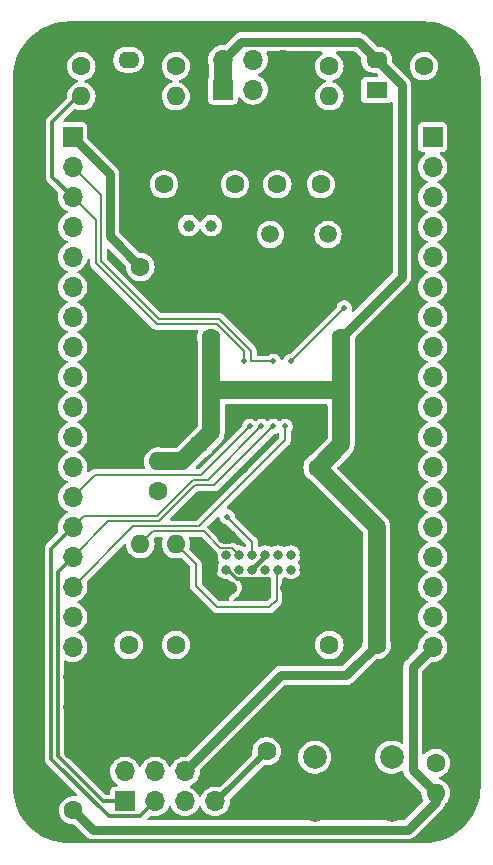
<source format=gtl>
G04 Layer: TopLayer*
G04 EasyEDA Pro v2.2.27.1, 2024-09-15 10:59:50*
G04 Gerber Generator version 0.3*
G04 Scale: 100 percent, Rotated: No, Reflected: No*
G04 Dimensions in millimeters*
G04 Leading zeros omitted, absolute positions, 3 integers and 5 decimals*
%TF.GenerationSoftware,KiCad,Pcbnew,8.0.6*%
%TF.CreationDate,2024-11-06T22:38:32+08:00*%
%TF.ProjectId,lichuang-gekuo-star-stm32f103c8t6-development-board,6c696368-7561-46e6-972d-67656b756f2d,rev?*%
%TF.SameCoordinates,Original*%
%TF.FileFunction,Copper,L1,Top*%
%TF.FilePolarity,Positive*%
%FSLAX46Y46*%
G04 Gerber Fmt 4.6, Leading zero omitted, Abs format (unit mm)*
G04 Created by KiCad (PCBNEW 8.0.6) date 2024-11-06 22:38:32*
%MOMM*%
%LPD*%
G01*
G04 APERTURE LIST*
%TA.AperFunction,ComponentPad*%
%ADD10C,1.600000*%
%TD*%
%TA.AperFunction,ComponentPad*%
%ADD11O,1.600000X1.600000*%
%TD*%
%TA.AperFunction,ComponentPad*%
%ADD12R,1.700000X1.700000*%
%TD*%
%TA.AperFunction,ComponentPad*%
%ADD13O,1.700000X1.700000*%
%TD*%
%TA.AperFunction,ComponentPad*%
%ADD14R,1.800000X1.400000*%
%TD*%
%TA.AperFunction,ComponentPad*%
%ADD15O,1.800000X1.400000*%
%TD*%
%TA.AperFunction,ComponentPad*%
%ADD16C,0.800000*%
%TD*%
%TA.AperFunction,ComponentPad*%
%ADD17O,1.700000X1.200000*%
%TD*%
%TA.AperFunction,ComponentPad*%
%ADD18C,2.000000*%
%TD*%
%TA.AperFunction,ComponentPad*%
%ADD19C,1.500000*%
%TD*%
%TA.AperFunction,ComponentPad*%
%ADD20C,1.000000*%
%TD*%
%TA.AperFunction,ComponentPad*%
%ADD21R,1.000000X1.000000*%
%TD*%
%TA.AperFunction,SMDPad,CuDef*%
%ADD22R,2.500000X6.000000*%
%TD*%
%TA.AperFunction,ViaPad*%
%ADD23C,0.500000*%
%TD*%
%TA.AperFunction,Conductor*%
%ADD24C,1.500000*%
%TD*%
%TA.AperFunction,Conductor*%
%ADD25C,0.800000*%
%TD*%
%TA.AperFunction,Conductor*%
%ADD26C,0.180000*%
%TD*%
%TA.AperFunction,Conductor*%
%ADD27C,0.500000*%
%TD*%
%TA.AperFunction,Conductor*%
%ADD28C,0.300000*%
%TD*%
%TA.AperFunction,Conductor*%
%ADD29C,0.438400*%
%TD*%
%TA.AperFunction,Conductor*%
%ADD30C,0.130000*%
%TD*%
G04 APERTURE END LIST*
D10*
%TO.P,C5,1*%
%TO.N,+3.3V*%
X83310000Y-135000000D03*
%TO.P,C5,2*%
%TO.N,GND*%
X83310000Y-130000000D03*
%TD*%
%TO.P,R4,1*%
%TO.N,Net-(LED1-K)*%
X113000000Y-72000000D03*
D11*
%TO.P,R4,2*%
%TO.N,GND*%
X113000000Y-74540000D03*
%TD*%
D10*
%TO.P,R8,1*%
%TO.N,Net-(J3-Pin_4)*%
X105000000Y-72000000D03*
D11*
%TO.P,R8,2*%
%TO.N,/PB2_BOOT1*%
X105000000Y-74540000D03*
%TD*%
D10*
%TO.P,C3,1*%
%TO.N,+3.3V*%
X105000000Y-121000000D03*
%TO.P,C3,2*%
%TO.N,GND*%
X105000000Y-126000000D03*
%TD*%
D12*
%TO.P,J2,1,Pin_1*%
%TO.N,/PA9_USART1_TX*%
X87695000Y-134250000D03*
D13*
%TO.P,J2,2,Pin_2*%
%TO.N,/PA13_SWDIO*%
X87695000Y-131710000D03*
%TO.P,J2,3,Pin_3*%
%TO.N,/PA10_USART1_RX*%
X90235000Y-134250000D03*
%TO.P,J2,4,Pin_4*%
%TO.N,/PA14_SWCLK*%
X90235000Y-131710000D03*
%TO.P,J2,5,Pin_5*%
%TO.N,/PB3_SWO*%
X92775000Y-134250000D03*
%TO.P,J2,6,Pin_6*%
%TO.N,+3.3V*%
X92775000Y-131710000D03*
%TO.P,J2,7,Pin_7*%
%TO.N,/NRST*%
X95315000Y-134250000D03*
%TO.P,J2,8,Pin_8*%
%TO.N,GND*%
X95315000Y-131710000D03*
%TD*%
D10*
%TO.P,R7,1*%
%TO.N,Net-(J3-Pin_3)*%
X92000000Y-72000000D03*
D11*
%TO.P,R7,2*%
%TO.N,/BOOT0*%
X92000000Y-74540000D03*
%TD*%
D10*
%TO.P,C6,1*%
%TO.N,/NRST*%
X99680000Y-130000000D03*
%TO.P,C6,2*%
%TO.N,GND*%
X99680000Y-135000000D03*
%TD*%
%TO.P,C4,1*%
%TO.N,+3.3V*%
X109000000Y-121000000D03*
%TO.P,C4,2*%
%TO.N,GND*%
X109000000Y-126000000D03*
%TD*%
%TO.P,C1,1*%
%TO.N,+5V*%
X88000000Y-121000000D03*
%TO.P,C1,2*%
%TO.N,GND*%
X88000000Y-126000000D03*
%TD*%
%TO.P,R6,1*%
%TO.N,/NRST*%
X114000000Y-131000000D03*
D11*
%TO.P,R6,2*%
%TO.N,+3.3V*%
X114000000Y-133540000D03*
%TD*%
D10*
%TO.P,R1,1*%
%TO.N,Net-(LED2-A)*%
X84000000Y-72000000D03*
D11*
%TO.P,R1,2*%
%TO.N,/PC13*%
X84000000Y-74540000D03*
%TD*%
D10*
%TO.P,R5,1*%
%TO.N,/D+*%
X90500000Y-108000000D03*
D11*
%TO.P,R5,2*%
%TO.N,+3.3V*%
X90500000Y-105460000D03*
%TD*%
D14*
%TO.P,LED2,1,K*%
%TO.N,GND*%
X88000000Y-74000000D03*
D15*
%TO.P,LED2,2,A*%
%TO.N,Net-(LED2-A)*%
X88000000Y-71460000D03*
%TD*%
D16*
%TO.P,J1,A1,GND*%
%TO.N,GND*%
X95150000Y-113375000D03*
%TO.P,J1,A4,VBUS*%
%TO.N,/VBUS*%
X96250000Y-113375000D03*
%TO.P,J1,A5,CC1*%
%TO.N,Net-(J1-CC1)*%
X97350000Y-113375000D03*
%TO.P,J1,A6,D+*%
%TO.N,/D+*%
X98450000Y-113375000D03*
%TO.P,J1,A7,D-*%
%TO.N,/D-*%
X99550000Y-113375000D03*
%TO.P,J1,A8,SBU1*%
%TO.N,unconnected-(J1-SBU1-PadA8)*%
X100650000Y-113375000D03*
%TO.P,J1,A9,VBUS*%
%TO.N,/VBUS*%
X101750000Y-113375000D03*
%TO.P,J1,A12,GND*%
%TO.N,GND*%
X102850000Y-113375000D03*
%TO.P,J1,B1,GND*%
X102850000Y-114625000D03*
%TO.P,J1,B4,VBUS*%
%TO.N,/VBUS*%
X101750000Y-114625000D03*
%TO.P,J1,B5,CC2*%
%TO.N,Net-(J1-CC2)*%
X100650000Y-114625000D03*
%TO.P,J1,B6,D+*%
%TO.N,/D+*%
X99550000Y-114625000D03*
%TO.P,J1,B7,D-*%
%TO.N,/D-*%
X98450000Y-114625000D03*
%TO.P,J1,B8,SBU2*%
%TO.N,unconnected-(J1-SBU2-PadB8)*%
X97350000Y-114625000D03*
%TO.P,J1,B9,VBUS*%
%TO.N,/VBUS*%
X96250000Y-114625000D03*
%TO.P,J1,B12,GND*%
%TO.N,GND*%
X95150000Y-114625000D03*
D17*
%TO.P,J1,S1,SHIELD*%
X96330000Y-111850000D03*
X96330000Y-116150000D03*
X101670000Y-111850000D03*
X101670000Y-116150000D03*
%TD*%
D12*
%TO.P,J4,1,Pin_1*%
%TO.N,/PA0*%
X113740410Y-78000000D03*
D13*
%TO.P,J4,2,Pin_2*%
%TO.N,/PA1*%
X113740410Y-80540000D03*
%TO.P,J4,3,Pin_3*%
%TO.N,/PA2*%
X113740410Y-83080000D03*
%TO.P,J4,4,Pin_4*%
%TO.N,/PA3*%
X113740410Y-85620000D03*
%TO.P,J4,5,Pin_5*%
%TO.N,/PA4*%
X113740410Y-88160000D03*
%TO.P,J4,6,Pin_6*%
%TO.N,/PA5*%
X113740410Y-90700000D03*
%TO.P,J4,7,Pin_7*%
%TO.N,/PA6*%
X113740410Y-93240000D03*
%TO.P,J4,8,Pin_8*%
%TO.N,/PA7*%
X113740410Y-95780000D03*
%TO.P,J4,9,Pin_9*%
%TO.N,/PB0*%
X113740410Y-98320000D03*
%TO.P,J4,10,Pin_10*%
%TO.N,/PB1*%
X113740410Y-100860000D03*
%TO.P,J4,11,Pin_11*%
%TO.N,/PB10*%
X113740410Y-103400000D03*
%TO.P,J4,12,Pin_12*%
%TO.N,/PB11*%
X113740410Y-105940000D03*
%TO.P,J4,13,Pin_13*%
%TO.N,/PB12*%
X113740410Y-108480000D03*
%TO.P,J4,14,Pin_14*%
%TO.N,/PB13*%
X113740410Y-111020000D03*
%TO.P,J4,15,Pin_15*%
%TO.N,/PB14*%
X113740410Y-113560000D03*
%TO.P,J4,16,Pin_16*%
%TO.N,/PB15*%
X113740410Y-116100000D03*
%TO.P,J4,17,Pin_17*%
%TO.N,+5V*%
X113740410Y-118640000D03*
%TO.P,J4,18,Pin_18*%
%TO.N,+3.3V*%
X113740410Y-121180000D03*
%TO.P,J4,19,Pin_19*%
%TO.N,GND*%
X113740410Y-123720000D03*
%TO.P,J4,20,Pin_20*%
X113740410Y-126260000D03*
%TD*%
D10*
%TO.P,C11,1*%
%TO.N,/OSC+*%
X100600000Y-82000000D03*
%TO.P,C11,2*%
%TO.N,GND*%
X100600000Y-77000000D03*
%TD*%
D18*
%TO.P,SW1,1*%
%TO.N,GND*%
X110265000Y-135000000D03*
X103765000Y-135000000D03*
%TO.P,SW1,2*%
%TO.N,/NRST*%
X110265000Y-130500000D03*
X103765000Y-130500000D03*
%TD*%
D12*
%TO.P,J3,1,Pin_1*%
%TO.N,+3.3V*%
X96000000Y-74000000D03*
D13*
%TO.P,J3,2,Pin_2*%
X96000000Y-71460000D03*
%TO.P,J3,3,Pin_3*%
%TO.N,Net-(J3-Pin_3)*%
X98540000Y-74000000D03*
%TO.P,J3,4,Pin_4*%
%TO.N,Net-(J3-Pin_4)*%
X98540000Y-71460000D03*
%TO.P,J3,5,Pin_5*%
%TO.N,GND*%
X101080000Y-74000000D03*
%TO.P,J3,6,Pin_6*%
X101080000Y-71460000D03*
%TD*%
D10*
%TO.P,C15,1*%
%TO.N,+BATT*%
X89000000Y-89000000D03*
%TO.P,C15,2*%
%TO.N,GND*%
X94000000Y-89000000D03*
%TD*%
D12*
%TO.P,J5,1,Pin_1*%
%TO.N,+BATT*%
X83259590Y-78000000D03*
D13*
%TO.P,J5,2,Pin_2*%
%TO.N,/NRST*%
X83259590Y-80540000D03*
%TO.P,J5,3,Pin_3*%
%TO.N,/PC13*%
X83259590Y-83080000D03*
%TO.P,J5,4,Pin_4*%
%TO.N,/PB9*%
X83259590Y-85620000D03*
%TO.P,J5,5,Pin_5*%
%TO.N,/PB8*%
X83259590Y-88160000D03*
%TO.P,J5,6,Pin_6*%
%TO.N,/PB7*%
X83259590Y-90700000D03*
%TO.P,J5,7,Pin_7*%
%TO.N,/PB6*%
X83259590Y-93240000D03*
%TO.P,J5,8,Pin_8*%
%TO.N,/PB5*%
X83259590Y-95780000D03*
%TO.P,J5,9,Pin_9*%
%TO.N,/PB4*%
X83259590Y-98320000D03*
%TO.P,J5,10,Pin_10*%
%TO.N,/PB3_SWO*%
X83259590Y-100860000D03*
%TO.P,J5,11,Pin_11*%
%TO.N,/PA15*%
X83259590Y-103400000D03*
%TO.P,J5,12,Pin_12*%
%TO.N,/PA14_SWCLK*%
X83259590Y-105940000D03*
%TO.P,J5,13,Pin_13*%
%TO.N,/PA13_SWDIO*%
X83259590Y-108480000D03*
%TO.P,J5,14,Pin_14*%
%TO.N,/PA10_USART1_RX*%
X83259590Y-111020000D03*
%TO.P,J5,15,Pin_15*%
%TO.N,/PA9_USART1_TX*%
X83259590Y-113560000D03*
%TO.P,J5,16,Pin_16*%
%TO.N,/PA8*%
X83259590Y-116100000D03*
%TO.P,J5,17,Pin_17*%
%TO.N,+5V*%
X83259590Y-118640000D03*
%TO.P,J5,18,Pin_18*%
%TO.N,+3.3V*%
X83259590Y-121180000D03*
%TO.P,J5,19,Pin_19*%
%TO.N,GND*%
X83259590Y-123720000D03*
%TO.P,J5,20,Pin_20*%
X83259590Y-126260000D03*
%TD*%
D10*
%TO.P,C12,1*%
%TO.N,/OSC-*%
X104280000Y-82000000D03*
%TO.P,C12,2*%
%TO.N,GND*%
X104280000Y-77000000D03*
%TD*%
%TO.P,C2,1*%
%TO.N,+5V*%
X92000000Y-121000000D03*
%TO.P,C2,2*%
%TO.N,GND*%
X92000000Y-126000000D03*
%TD*%
%TO.P,C7,1*%
%TO.N,/OSC32+*%
X91000000Y-82000000D03*
%TO.P,C7,2*%
%TO.N,GND*%
X91000000Y-77000000D03*
%TD*%
%TO.P,R3,1*%
%TO.N,GND*%
X92000000Y-115000000D03*
D11*
%TO.P,R3,2*%
%TO.N,Net-(J1-CC2)*%
X92000000Y-112460000D03*
%TD*%
D10*
%TO.P,C17,1*%
%TO.N,+3.3V*%
X94000000Y-104000000D03*
%TO.P,C17,2*%
%TO.N,GND*%
X94000000Y-109000000D03*
%TD*%
%TO.P,C19,1*%
%TO.N,+3.3V*%
X106000000Y-95000000D03*
%TO.P,C19,2*%
%TO.N,GND*%
X106000000Y-90000000D03*
%TD*%
%TO.P,R2,1*%
%TO.N,GND*%
X89000000Y-115000000D03*
D11*
%TO.P,R2,2*%
%TO.N,Net-(J1-CC1)*%
X89000000Y-112460000D03*
%TD*%
D14*
%TO.P,LED1,1,K*%
%TO.N,Net-(LED1-K)*%
X109000000Y-74000000D03*
D15*
%TO.P,LED1,2,A*%
%TO.N,+3.3V*%
X109000000Y-71460000D03*
%TD*%
D10*
%TO.P,C8,1*%
%TO.N,/OSC32-*%
X97000000Y-82000000D03*
%TO.P,C8,2*%
%TO.N,GND*%
X97000000Y-77000000D03*
%TD*%
%TO.P,C18,1*%
%TO.N,+3.3V*%
X95000000Y-95000000D03*
%TO.P,C18,2*%
%TO.N,GND*%
X90000000Y-95000000D03*
%TD*%
D19*
%TO.P,X2,1,1*%
%TO.N,/OSC+*%
X100000000Y-86250000D03*
%TO.P,X2,2,2*%
%TO.N,GND*%
X102440000Y-86250000D03*
%TO.P,X2,3,3*%
%TO.N,/OSC-*%
X104880000Y-86250000D03*
%TD*%
D20*
%TO.P,X1,1,1*%
%TO.N,/OSC32-*%
X95000000Y-85500000D03*
%TO.P,X1,2,2*%
%TO.N,/OSC32+*%
X93100000Y-85500000D03*
D21*
%TO.P,X1,3,3*%
%TO.N,GND*%
X95550000Y-80000000D03*
D22*
X94050000Y-80000000D03*
D21*
X92550000Y-80000000D03*
%TD*%
D10*
%TO.P,C16,1*%
%TO.N,+3.3V*%
X104000000Y-106000000D03*
%TO.P,C16,2*%
%TO.N,GND*%
X109000000Y-106000000D03*
%TD*%
D23*
%TO.N,GND*%
X97856800Y-106220000D03*
X100143200Y-106330000D03*
%TO.N,/NRST*%
X100250000Y-97000000D03*
%TO.N,/VBUS*%
X98000000Y-117000000D03*
X98000000Y-116000000D03*
X99000000Y-116000000D03*
X99000000Y-117000000D03*
%TO.N,/D+*%
X96340000Y-110150000D03*
%TO.N,/PA13_SWDIO*%
X98250000Y-102500000D03*
%TO.N,/PA10_USART1_RX*%
X99250000Y-102500000D03*
%TO.N,/PA9_USART1_TX*%
X100250000Y-102500000D03*
%TO.N,/PA0*%
X101750000Y-97000000D03*
X106265000Y-92485000D03*
%TO.N,/PC13*%
X97750000Y-97000000D03*
%TO.N,/PA8*%
X101250000Y-102500000D03*
%TD*%
D24*
%TO.N,GND*%
X88000000Y-74000000D02*
X91000000Y-77000000D01*
D25*
X102850000Y-113375000D02*
X102850000Y-114625000D01*
X95150000Y-113375000D02*
X95150000Y-114625000D01*
%TO.N,+3.3V*%
X84970000Y-136660000D02*
X111630000Y-136660000D01*
X112060000Y-131600000D02*
X112060000Y-122860410D01*
D24*
X95000000Y-95000000D02*
X95000000Y-99460000D01*
D25*
X106410000Y-123590000D02*
X109000000Y-121000000D01*
D24*
X109000000Y-111000000D02*
X104000000Y-106000000D01*
D25*
X111150000Y-73610000D02*
X109000000Y-71460000D01*
X114000000Y-133540000D02*
X112060000Y-131600000D01*
D24*
X96000000Y-71460000D02*
X96000000Y-74000000D01*
X92540000Y-105460000D02*
X94000000Y-104000000D01*
D25*
X97510000Y-69950000D02*
X107490000Y-69950000D01*
X100895000Y-123590000D02*
X106410000Y-123590000D01*
D24*
X95000000Y-103000000D02*
X94000000Y-104000000D01*
X106000000Y-99510000D02*
X106000000Y-104000000D01*
X95000000Y-99460000D02*
X105950000Y-99460000D01*
X106000000Y-104000000D02*
X104000000Y-106000000D01*
X109000000Y-121000000D02*
X109000000Y-111000000D01*
D25*
X111630000Y-136660000D02*
X114000000Y-134290000D01*
D24*
X106000000Y-95000000D02*
X106000000Y-99510000D01*
D25*
X112060000Y-122860410D02*
X113740410Y-121180000D01*
D24*
X105950000Y-99460000D02*
X106000000Y-99510000D01*
D25*
X96000000Y-71460000D02*
X97510000Y-69950000D01*
D24*
X95000000Y-99460000D02*
X95000000Y-103000000D01*
D25*
X114000000Y-134290000D02*
X114000000Y-133540000D01*
X107490000Y-69950000D02*
X109000000Y-71460000D01*
X83310000Y-135000000D02*
X84970000Y-136660000D01*
X92775000Y-131710000D02*
X100895000Y-123590000D01*
X111150000Y-89850000D02*
X111150000Y-73610000D01*
D24*
X90500000Y-105460000D02*
X92540000Y-105460000D01*
D25*
X106000000Y-95000000D02*
X111150000Y-89850000D01*
D26*
%TO.N,/NRST*%
X98350000Y-97000000D02*
X98350000Y-96101400D01*
X85665000Y-82945410D02*
X83259590Y-80540000D01*
D27*
X95430000Y-134250000D02*
X95315000Y-134250000D01*
D26*
X95658600Y-93410000D02*
X90572254Y-93410000D01*
X98350000Y-96101400D02*
X95658600Y-93410000D01*
X100250000Y-97000000D02*
X98350000Y-97000000D01*
X85665000Y-88502746D02*
X85665000Y-82945410D01*
D27*
X99680000Y-130000000D02*
X95430000Y-134250000D01*
D26*
X90572254Y-93410000D02*
X85665000Y-88502746D01*
D25*
%TO.N,+BATT*%
X89000000Y-89000000D02*
X86415000Y-86415000D01*
X86415000Y-86415000D02*
X86415000Y-81155410D01*
X86415000Y-81155410D02*
X83259590Y-78000000D01*
D28*
%TO.N,/VBUS*%
X97143334Y-115380000D02*
X99920000Y-115380000D01*
X96250000Y-114625000D02*
X96388334Y-114625000D01*
X96388334Y-114625000D02*
X97143334Y-115380000D01*
D29*
%TO.N,/D-*%
X99550000Y-113375000D02*
X99550000Y-113438050D01*
X99550000Y-113438050D02*
X98450000Y-114538050D01*
X98450000Y-114538050D02*
X98450000Y-114625000D01*
D26*
%TO.N,/D+*%
X98450000Y-112260000D02*
X98450000Y-113375000D01*
X96340000Y-110150000D02*
X98450000Y-112260000D01*
%TO.N,Net-(J1-CC2)*%
X93690000Y-115990000D02*
X95510000Y-117810000D01*
X99930000Y-117810000D02*
X100526800Y-117213200D01*
X92020000Y-112460000D02*
X93690000Y-114130000D01*
X95510000Y-117810000D02*
X99930000Y-117810000D01*
X100526800Y-117213200D02*
X100526800Y-114748200D01*
X100526800Y-114748200D02*
X100650000Y-114625000D01*
X93690000Y-114130000D02*
X93690000Y-115990000D01*
X92000000Y-112460000D02*
X92020000Y-112460000D01*
D30*
%TO.N,Net-(J1-CC1)*%
X96730000Y-112755000D02*
X97350000Y-113375000D01*
X95721824Y-112755000D02*
X96730000Y-112755000D01*
X94346824Y-111380000D02*
X95721824Y-112755000D01*
X89000000Y-112460000D02*
X90080000Y-111380000D01*
X90080000Y-111380000D02*
X94346824Y-111380000D01*
D26*
%TO.N,/PA13_SWDIO*%
X85129590Y-106610000D02*
X83259590Y-108480000D01*
X94140000Y-106610000D02*
X85129590Y-106610000D01*
X98250000Y-102500000D02*
X94140000Y-106610000D01*
%TO.N,/PA10_USART1_RX*%
X94700000Y-107050000D02*
X93447746Y-107050000D01*
X99250000Y-102500000D02*
X94700000Y-107050000D01*
D28*
X90235000Y-134250000D02*
X88975000Y-135510000D01*
D26*
X84194590Y-110085000D02*
X83259590Y-111020000D01*
D28*
X81439590Y-112840000D02*
X83259590Y-111020000D01*
X86316841Y-135510000D02*
X81439590Y-130632749D01*
D26*
X90412746Y-110085000D02*
X84194590Y-110085000D01*
D28*
X81439590Y-130632749D02*
X81439590Y-112840000D01*
D26*
X93447746Y-107050000D02*
X90412746Y-110085000D01*
D28*
X88975000Y-135510000D02*
X86316841Y-135510000D01*
%TO.N,/PA9_USART1_TX*%
X81999590Y-114820000D02*
X83259590Y-113560000D01*
D26*
X86294590Y-110525000D02*
X83259590Y-113560000D01*
X93630000Y-107490000D02*
X90595000Y-110525000D01*
X100250000Y-102500000D02*
X95260000Y-107490000D01*
D28*
X81999590Y-130400789D02*
X81999590Y-114820000D01*
D26*
X95260000Y-107490000D02*
X93630000Y-107490000D01*
D28*
X87695000Y-134250000D02*
X85848801Y-134250000D01*
D26*
X90595000Y-110525000D02*
X86294590Y-110525000D01*
D28*
X85848801Y-134250000D02*
X81999590Y-130400789D01*
D26*
%TO.N,/PA0*%
X101750000Y-97000000D02*
X106265000Y-92485000D01*
%TO.N,/PC13*%
X97750000Y-97000000D02*
X97750000Y-96123654D01*
X90390000Y-93850000D02*
X85225000Y-88685000D01*
D28*
X83730000Y-74540000D02*
X81530000Y-76740000D01*
D26*
X85225000Y-88685000D02*
X85225000Y-85045410D01*
X97750000Y-96123654D02*
X95476346Y-93850000D01*
D28*
X81530000Y-76740000D02*
X81530000Y-81350410D01*
X81530000Y-81350410D02*
X83259590Y-83080000D01*
X84000000Y-74540000D02*
X83730000Y-74540000D01*
D26*
X95476346Y-93850000D02*
X90390000Y-93850000D01*
X85225000Y-85045410D02*
X83259590Y-83080000D01*
%TO.N,/PA8*%
X101250000Y-102500000D02*
X101250000Y-103675329D01*
X101250000Y-103675329D02*
X93960329Y-110965000D01*
X93960329Y-110965000D02*
X88394590Y-110965000D01*
X88394590Y-110965000D02*
X83259590Y-116100000D01*
%TD*%
%TA.AperFunction,Conductor*%
%TO.N,GND*%
G36*
X104792539Y-100630185D02*
G01*
X104838294Y-100682989D01*
X104849500Y-100734500D01*
X104849500Y-103472084D01*
X104829815Y-103539123D01*
X104813181Y-103559765D01*
X103445451Y-104927494D01*
X103423048Y-104945239D01*
X103273442Y-105037872D01*
X103273437Y-105037876D01*
X103109020Y-105187761D01*
X102974943Y-105365308D01*
X102974938Y-105365316D01*
X102875775Y-105564461D01*
X102875769Y-105564476D01*
X102814885Y-105778462D01*
X102814884Y-105778464D01*
X102794357Y-105999999D01*
X102794357Y-106000000D01*
X102814884Y-106221535D01*
X102814885Y-106221537D01*
X102875769Y-106435523D01*
X102875775Y-106435538D01*
X102974938Y-106634683D01*
X102974943Y-106634691D01*
X103109020Y-106812238D01*
X103273437Y-106962123D01*
X103273439Y-106962125D01*
X103423045Y-107054756D01*
X103445449Y-107072502D01*
X107813181Y-111440234D01*
X107846666Y-111501557D01*
X107849500Y-111527915D01*
X107849500Y-120639508D01*
X107844766Y-120673442D01*
X107814885Y-120778462D01*
X107794357Y-120999998D01*
X107795225Y-121009370D01*
X107781806Y-121077939D01*
X107759434Y-121108486D01*
X106114741Y-122753181D01*
X106053418Y-122786666D01*
X106027060Y-122789500D01*
X100816155Y-122789500D01*
X100661510Y-122820261D01*
X100661498Y-122820264D01*
X100515827Y-122880602D01*
X100515814Y-122880609D01*
X100384711Y-122968210D01*
X100384707Y-122968213D01*
X92929173Y-130423747D01*
X92867850Y-130457232D01*
X92830686Y-130459594D01*
X92775004Y-130454723D01*
X92774998Y-130454723D01*
X92629682Y-130467436D01*
X92557023Y-130473793D01*
X92557020Y-130473793D01*
X92345677Y-130530422D01*
X92345668Y-130530426D01*
X92147361Y-130622898D01*
X92147357Y-130622900D01*
X91968121Y-130748402D01*
X91813402Y-130903121D01*
X91687900Y-131082357D01*
X91687898Y-131082361D01*
X91617382Y-131233583D01*
X91571209Y-131286022D01*
X91504016Y-131305174D01*
X91437135Y-131284958D01*
X91392618Y-131233583D01*
X91358127Y-131159617D01*
X91322102Y-131082362D01*
X91322100Y-131082359D01*
X91322099Y-131082357D01*
X91196599Y-130903124D01*
X91134773Y-130841298D01*
X91041877Y-130748402D01*
X90879481Y-130634691D01*
X90862638Y-130622897D01*
X90763484Y-130576661D01*
X90664330Y-130530425D01*
X90664326Y-130530424D01*
X90664322Y-130530422D01*
X90452977Y-130473793D01*
X90235002Y-130454723D01*
X90234998Y-130454723D01*
X90089682Y-130467436D01*
X90017023Y-130473793D01*
X90017020Y-130473793D01*
X89805677Y-130530422D01*
X89805668Y-130530426D01*
X89607361Y-130622898D01*
X89607357Y-130622900D01*
X89428121Y-130748402D01*
X89273402Y-130903121D01*
X89147900Y-131082357D01*
X89147898Y-131082361D01*
X89077382Y-131233583D01*
X89031209Y-131286022D01*
X88964016Y-131305174D01*
X88897135Y-131284958D01*
X88852618Y-131233583D01*
X88818127Y-131159617D01*
X88782102Y-131082362D01*
X88782100Y-131082359D01*
X88782099Y-131082357D01*
X88656599Y-130903124D01*
X88594773Y-130841298D01*
X88501877Y-130748402D01*
X88339481Y-130634691D01*
X88322638Y-130622897D01*
X88223484Y-130576661D01*
X88124330Y-130530425D01*
X88124326Y-130530424D01*
X88124322Y-130530422D01*
X87912977Y-130473793D01*
X87695002Y-130454723D01*
X87694998Y-130454723D01*
X87549682Y-130467436D01*
X87477023Y-130473793D01*
X87477020Y-130473793D01*
X87265677Y-130530422D01*
X87265668Y-130530426D01*
X87067361Y-130622898D01*
X87067357Y-130622900D01*
X86888121Y-130748402D01*
X86733402Y-130903121D01*
X86607900Y-131082357D01*
X86607898Y-131082361D01*
X86515426Y-131280668D01*
X86515422Y-131280677D01*
X86458793Y-131492020D01*
X86458793Y-131492024D01*
X86439723Y-131709997D01*
X86439723Y-131710002D01*
X86458793Y-131927975D01*
X86458793Y-131927979D01*
X86515422Y-132139322D01*
X86515424Y-132139326D01*
X86515425Y-132139330D01*
X86533638Y-132178387D01*
X86607897Y-132337638D01*
X86632998Y-132373486D01*
X86733402Y-132516877D01*
X86888123Y-132671598D01*
X87034263Y-132773926D01*
X87077887Y-132828502D01*
X87085081Y-132898000D01*
X87053558Y-132960355D01*
X86993328Y-132995769D01*
X86963140Y-132999500D01*
X86813482Y-132999500D01*
X86732519Y-133012323D01*
X86719696Y-133014354D01*
X86606658Y-133071950D01*
X86606657Y-133071951D01*
X86606652Y-133071954D01*
X86516954Y-133161652D01*
X86516951Y-133161657D01*
X86516950Y-133161658D01*
X86497751Y-133199337D01*
X86459352Y-133274698D01*
X86444500Y-133368475D01*
X86444500Y-133575500D01*
X86424815Y-133642539D01*
X86372011Y-133688294D01*
X86320500Y-133699500D01*
X86128188Y-133699500D01*
X86061149Y-133679815D01*
X86040507Y-133663181D01*
X82586409Y-130209083D01*
X82552924Y-130147760D01*
X82550090Y-130121402D01*
X82550090Y-122423570D01*
X82569775Y-122356531D01*
X82622579Y-122310776D01*
X82691737Y-122300832D01*
X82726491Y-122311186D01*
X82830260Y-122359575D01*
X83041613Y-122416207D01*
X83224516Y-122432208D01*
X83259588Y-122435277D01*
X83259590Y-122435277D01*
X83259592Y-122435277D01*
X83288292Y-122432766D01*
X83477567Y-122416207D01*
X83688920Y-122359575D01*
X83887229Y-122267102D01*
X84066467Y-122141598D01*
X84221188Y-121986877D01*
X84346692Y-121807639D01*
X84439165Y-121609330D01*
X84495797Y-121397977D01*
X84514867Y-121180000D01*
X84499119Y-120999999D01*
X86794357Y-120999999D01*
X86794357Y-121000000D01*
X86814884Y-121221535D01*
X86814885Y-121221537D01*
X86875769Y-121435523D01*
X86875775Y-121435538D01*
X86974938Y-121634683D01*
X86974943Y-121634691D01*
X87109020Y-121812238D01*
X87273437Y-121962123D01*
X87273439Y-121962125D01*
X87462595Y-122079245D01*
X87462596Y-122079245D01*
X87462599Y-122079247D01*
X87670060Y-122159618D01*
X87888757Y-122200500D01*
X87888759Y-122200500D01*
X88111241Y-122200500D01*
X88111243Y-122200500D01*
X88329940Y-122159618D01*
X88537401Y-122079247D01*
X88726562Y-121962124D01*
X88890981Y-121812236D01*
X89025058Y-121634689D01*
X89124229Y-121435528D01*
X89185115Y-121221536D01*
X89205643Y-121000000D01*
X89205643Y-120999999D01*
X90794357Y-120999999D01*
X90794357Y-121000000D01*
X90814884Y-121221535D01*
X90814885Y-121221537D01*
X90875769Y-121435523D01*
X90875775Y-121435538D01*
X90974938Y-121634683D01*
X90974943Y-121634691D01*
X91109020Y-121812238D01*
X91273437Y-121962123D01*
X91273439Y-121962125D01*
X91462595Y-122079245D01*
X91462596Y-122079245D01*
X91462599Y-122079247D01*
X91670060Y-122159618D01*
X91888757Y-122200500D01*
X91888759Y-122200500D01*
X92111241Y-122200500D01*
X92111243Y-122200500D01*
X92329940Y-122159618D01*
X92537401Y-122079247D01*
X92726562Y-121962124D01*
X92890981Y-121812236D01*
X93025058Y-121634689D01*
X93124229Y-121435528D01*
X93185115Y-121221536D01*
X93205643Y-121000000D01*
X93205643Y-120999999D01*
X103794357Y-120999999D01*
X103794357Y-121000000D01*
X103814884Y-121221535D01*
X103814885Y-121221537D01*
X103875769Y-121435523D01*
X103875775Y-121435538D01*
X103974938Y-121634683D01*
X103974943Y-121634691D01*
X104109020Y-121812238D01*
X104273437Y-121962123D01*
X104273439Y-121962125D01*
X104462595Y-122079245D01*
X104462596Y-122079245D01*
X104462599Y-122079247D01*
X104670060Y-122159618D01*
X104888757Y-122200500D01*
X104888759Y-122200500D01*
X105111241Y-122200500D01*
X105111243Y-122200500D01*
X105329940Y-122159618D01*
X105537401Y-122079247D01*
X105726562Y-121962124D01*
X105890981Y-121812236D01*
X106025058Y-121634689D01*
X106124229Y-121435528D01*
X106185115Y-121221536D01*
X106205643Y-121000000D01*
X106185115Y-120778464D01*
X106124229Y-120564472D01*
X106118199Y-120552362D01*
X106025061Y-120365316D01*
X106025056Y-120365308D01*
X105890979Y-120187761D01*
X105726562Y-120037876D01*
X105726560Y-120037874D01*
X105537404Y-119920754D01*
X105537398Y-119920752D01*
X105507104Y-119909016D01*
X105329940Y-119840382D01*
X105111243Y-119799500D01*
X104888757Y-119799500D01*
X104670060Y-119840382D01*
X104538864Y-119891207D01*
X104462601Y-119920752D01*
X104462595Y-119920754D01*
X104273439Y-120037874D01*
X104273437Y-120037876D01*
X104109020Y-120187761D01*
X103974943Y-120365308D01*
X103974938Y-120365316D01*
X103875775Y-120564461D01*
X103875769Y-120564476D01*
X103814885Y-120778462D01*
X103814884Y-120778464D01*
X103794357Y-120999999D01*
X93205643Y-120999999D01*
X93185115Y-120778464D01*
X93124229Y-120564472D01*
X93118199Y-120552362D01*
X93025061Y-120365316D01*
X93025056Y-120365308D01*
X92890979Y-120187761D01*
X92726562Y-120037876D01*
X92726560Y-120037874D01*
X92537404Y-119920754D01*
X92537398Y-119920752D01*
X92507104Y-119909016D01*
X92329940Y-119840382D01*
X92111243Y-119799500D01*
X91888757Y-119799500D01*
X91670060Y-119840382D01*
X91538864Y-119891207D01*
X91462601Y-119920752D01*
X91462595Y-119920754D01*
X91273439Y-120037874D01*
X91273437Y-120037876D01*
X91109020Y-120187761D01*
X90974943Y-120365308D01*
X90974938Y-120365316D01*
X90875775Y-120564461D01*
X90875769Y-120564476D01*
X90814885Y-120778462D01*
X90814884Y-120778464D01*
X90794357Y-120999999D01*
X89205643Y-120999999D01*
X89185115Y-120778464D01*
X89124229Y-120564472D01*
X89118199Y-120552362D01*
X89025061Y-120365316D01*
X89025056Y-120365308D01*
X88890979Y-120187761D01*
X88726562Y-120037876D01*
X88726560Y-120037874D01*
X88537404Y-119920754D01*
X88537398Y-119920752D01*
X88507104Y-119909016D01*
X88329940Y-119840382D01*
X88111243Y-119799500D01*
X87888757Y-119799500D01*
X87670060Y-119840382D01*
X87538864Y-119891207D01*
X87462601Y-119920752D01*
X87462595Y-119920754D01*
X87273439Y-120037874D01*
X87273437Y-120037876D01*
X87109020Y-120187761D01*
X86974943Y-120365308D01*
X86974938Y-120365316D01*
X86875775Y-120564461D01*
X86875769Y-120564476D01*
X86814885Y-120778462D01*
X86814884Y-120778464D01*
X86794357Y-120999999D01*
X84499119Y-120999999D01*
X84495797Y-120962023D01*
X84439165Y-120750670D01*
X84346692Y-120552362D01*
X84346690Y-120552359D01*
X84346689Y-120552357D01*
X84221189Y-120373124D01*
X84213373Y-120365308D01*
X84066467Y-120218402D01*
X83887229Y-120092898D01*
X83736004Y-120022381D01*
X83683567Y-119976210D01*
X83664415Y-119909016D01*
X83684631Y-119842135D01*
X83736004Y-119797618D01*
X83887229Y-119727102D01*
X84066467Y-119601598D01*
X84221188Y-119446877D01*
X84346692Y-119267639D01*
X84439165Y-119069330D01*
X84495797Y-118857977D01*
X84514867Y-118640000D01*
X84495797Y-118422023D01*
X84439165Y-118210670D01*
X84346692Y-118012362D01*
X84346690Y-118012359D01*
X84346689Y-118012357D01*
X84221189Y-117833124D01*
X84221186Y-117833121D01*
X84066467Y-117678402D01*
X83887229Y-117552898D01*
X83736004Y-117482381D01*
X83683567Y-117436210D01*
X83664415Y-117369016D01*
X83684631Y-117302135D01*
X83736004Y-117257618D01*
X83887229Y-117187102D01*
X84066467Y-117061598D01*
X84221188Y-116906877D01*
X84346692Y-116727639D01*
X84439165Y-116529330D01*
X84495797Y-116317977D01*
X84512395Y-116128254D01*
X84514867Y-116100002D01*
X84514867Y-116099997D01*
X84508440Y-116026541D01*
X84495797Y-115882023D01*
X84445738Y-115695200D01*
X84447401Y-115625353D01*
X84477830Y-115575430D01*
X87590525Y-112462734D01*
X87651846Y-112429251D01*
X87721538Y-112434235D01*
X87777471Y-112476107D01*
X87801675Y-112538976D01*
X87814884Y-112681535D01*
X87814885Y-112681537D01*
X87875769Y-112895523D01*
X87875775Y-112895538D01*
X87974938Y-113094683D01*
X87974943Y-113094691D01*
X88109020Y-113272238D01*
X88273437Y-113422123D01*
X88273439Y-113422125D01*
X88462595Y-113539245D01*
X88462596Y-113539245D01*
X88462599Y-113539247D01*
X88670060Y-113619618D01*
X88888757Y-113660500D01*
X88888759Y-113660500D01*
X89111241Y-113660500D01*
X89111243Y-113660500D01*
X89329940Y-113619618D01*
X89537401Y-113539247D01*
X89726562Y-113422124D01*
X89890981Y-113272236D01*
X90025058Y-113094689D01*
X90124229Y-112895528D01*
X90185115Y-112681536D01*
X90205643Y-112460000D01*
X90202571Y-112426852D01*
X90185115Y-112238464D01*
X90174050Y-112199575D01*
X90137440Y-112070903D01*
X90138026Y-112001039D01*
X90169023Y-111949292D01*
X90236500Y-111881817D01*
X90297824Y-111848333D01*
X90324180Y-111845500D01*
X90764621Y-111845500D01*
X90831660Y-111865185D01*
X90877415Y-111917989D01*
X90887359Y-111987147D01*
X90877435Y-112018957D01*
X90877846Y-112019116D01*
X90875769Y-112024476D01*
X90814885Y-112238462D01*
X90814884Y-112238464D01*
X90794357Y-112459999D01*
X90794357Y-112460000D01*
X90814884Y-112681535D01*
X90814885Y-112681537D01*
X90875769Y-112895523D01*
X90875775Y-112895538D01*
X90974938Y-113094683D01*
X90974943Y-113094691D01*
X91109020Y-113272238D01*
X91273437Y-113422123D01*
X91273439Y-113422125D01*
X91462595Y-113539245D01*
X91462596Y-113539245D01*
X91462599Y-113539247D01*
X91670060Y-113619618D01*
X91888757Y-113660500D01*
X91888759Y-113660500D01*
X92111241Y-113660500D01*
X92111243Y-113660500D01*
X92329940Y-113619618D01*
X92367043Y-113605243D01*
X92436663Y-113599381D01*
X92498404Y-113632089D01*
X92499517Y-113633189D01*
X93163181Y-114296853D01*
X93196666Y-114358176D01*
X93199500Y-114384534D01*
X93199500Y-115925424D01*
X93199500Y-116054576D01*
X93211670Y-116099997D01*
X93232926Y-116179327D01*
X93265214Y-116235250D01*
X93297502Y-116291174D01*
X95117502Y-118111174D01*
X95208826Y-118202498D01*
X95320674Y-118267074D01*
X95445424Y-118300500D01*
X95445426Y-118300500D01*
X99994574Y-118300500D01*
X99994576Y-118300500D01*
X100119326Y-118267074D01*
X100231174Y-118202498D01*
X100919298Y-117514374D01*
X100983874Y-117402526D01*
X101017300Y-117277776D01*
X101017300Y-117148624D01*
X101017300Y-115408150D01*
X101036985Y-115341111D01*
X101075326Y-115303157D01*
X101134030Y-115266271D01*
X101201262Y-115247272D01*
X101265971Y-115266273D01*
X101400473Y-115350787D01*
X101400477Y-115350788D01*
X101400478Y-115350789D01*
X101564406Y-115408150D01*
X101570745Y-115410368D01*
X101570750Y-115410369D01*
X101749996Y-115430565D01*
X101750000Y-115430565D01*
X101750004Y-115430565D01*
X101929249Y-115410369D01*
X101929252Y-115410368D01*
X101929255Y-115410368D01*
X102099522Y-115350789D01*
X102252262Y-115254816D01*
X102379816Y-115127262D01*
X102475789Y-114974522D01*
X102535368Y-114804255D01*
X102536275Y-114796207D01*
X102555565Y-114625003D01*
X102555565Y-114624996D01*
X102535369Y-114445750D01*
X102535368Y-114445745D01*
X102475788Y-114275476D01*
X102379815Y-114122737D01*
X102344759Y-114087681D01*
X102311274Y-114026358D01*
X102316258Y-113956666D01*
X102344759Y-113912319D01*
X102349488Y-113907590D01*
X102379816Y-113877262D01*
X102475789Y-113724522D01*
X102535368Y-113554255D01*
X102537059Y-113539247D01*
X102555565Y-113375003D01*
X102555565Y-113374996D01*
X102535369Y-113195750D01*
X102535368Y-113195745D01*
X102521182Y-113155203D01*
X102475789Y-113025478D01*
X102379816Y-112872738D01*
X102252262Y-112745184D01*
X102199765Y-112712198D01*
X102099523Y-112649211D01*
X101929254Y-112589631D01*
X101929249Y-112589630D01*
X101750004Y-112569435D01*
X101749996Y-112569435D01*
X101570750Y-112589630D01*
X101570745Y-112589631D01*
X101400476Y-112649211D01*
X101265972Y-112733727D01*
X101198736Y-112752727D01*
X101134028Y-112733727D01*
X100999523Y-112649211D01*
X100829254Y-112589631D01*
X100829249Y-112589630D01*
X100650004Y-112569435D01*
X100649996Y-112569435D01*
X100470750Y-112589630D01*
X100470745Y-112589631D01*
X100300476Y-112649211D01*
X100165972Y-112733727D01*
X100098736Y-112752727D01*
X100034028Y-112733727D01*
X99899523Y-112649211D01*
X99729254Y-112589631D01*
X99729249Y-112589630D01*
X99550004Y-112569435D01*
X99549996Y-112569435D01*
X99370750Y-112589630D01*
X99370745Y-112589631D01*
X99200476Y-112649211D01*
X99130472Y-112693198D01*
X99063235Y-112712198D01*
X98996400Y-112691830D01*
X98951186Y-112638562D01*
X98940500Y-112588204D01*
X98940500Y-112195426D01*
X98940500Y-112195424D01*
X98907074Y-112070674D01*
X98842498Y-111958826D01*
X98751174Y-111867502D01*
X98746843Y-111863171D01*
X98746832Y-111863161D01*
X97020228Y-110136557D01*
X96986743Y-110075234D01*
X96984813Y-110063820D01*
X96976237Y-109993182D01*
X96920220Y-109845477D01*
X96830483Y-109715470D01*
X96712240Y-109610717D01*
X96712238Y-109610716D01*
X96712237Y-109610715D01*
X96572365Y-109537303D01*
X96418986Y-109499500D01*
X96418985Y-109499500D01*
X96418862Y-109499500D01*
X96418774Y-109499474D01*
X96411540Y-109498596D01*
X96411686Y-109497392D01*
X96351823Y-109479815D01*
X96306068Y-109427011D01*
X96296124Y-109357853D01*
X96325149Y-109294297D01*
X96331181Y-109287819D01*
X97619001Y-107999999D01*
X101540964Y-104078034D01*
X101540969Y-104078031D01*
X101551172Y-104067827D01*
X101551174Y-104067827D01*
X101642498Y-103976503D01*
X101707074Y-103864655D01*
X101740500Y-103739905D01*
X101740500Y-102973144D01*
X101760185Y-102906105D01*
X101762432Y-102902729D01*
X101830220Y-102804523D01*
X101886237Y-102656818D01*
X101905278Y-102500000D01*
X101901889Y-102472084D01*
X101886237Y-102343181D01*
X101864992Y-102287164D01*
X101830220Y-102195477D01*
X101740483Y-102065470D01*
X101622240Y-101960717D01*
X101622238Y-101960716D01*
X101622237Y-101960715D01*
X101482365Y-101887303D01*
X101328986Y-101849500D01*
X101328985Y-101849500D01*
X101171015Y-101849500D01*
X101171014Y-101849500D01*
X101017634Y-101887303D01*
X100877761Y-101960715D01*
X100877759Y-101960717D01*
X100832226Y-102001055D01*
X100768992Y-102030776D01*
X100699729Y-102021592D01*
X100667774Y-102001055D01*
X100622240Y-101960717D01*
X100622238Y-101960715D01*
X100482365Y-101887303D01*
X100328986Y-101849500D01*
X100328985Y-101849500D01*
X100171015Y-101849500D01*
X100171014Y-101849500D01*
X100017634Y-101887303D01*
X99877761Y-101960715D01*
X99877759Y-101960717D01*
X99832226Y-102001055D01*
X99768992Y-102030776D01*
X99699729Y-102021592D01*
X99667774Y-102001055D01*
X99622240Y-101960717D01*
X99622238Y-101960715D01*
X99482365Y-101887303D01*
X99328986Y-101849500D01*
X99328985Y-101849500D01*
X99171015Y-101849500D01*
X99171014Y-101849500D01*
X99017634Y-101887303D01*
X98877761Y-101960715D01*
X98877759Y-101960717D01*
X98832226Y-102001055D01*
X98768992Y-102030776D01*
X98699729Y-102021592D01*
X98667774Y-102001055D01*
X98622240Y-101960717D01*
X98622238Y-101960715D01*
X98482365Y-101887303D01*
X98328986Y-101849500D01*
X98328985Y-101849500D01*
X98171015Y-101849500D01*
X98171014Y-101849500D01*
X98017634Y-101887303D01*
X97877762Y-101960715D01*
X97877760Y-101960717D01*
X97763282Y-102062135D01*
X97759516Y-102065471D01*
X97669781Y-102195475D01*
X97669780Y-102195476D01*
X97613763Y-102343178D01*
X97613762Y-102343183D01*
X97605185Y-102413823D01*
X97577563Y-102478000D01*
X97569770Y-102486556D01*
X93973147Y-106083181D01*
X93911824Y-106116666D01*
X93885466Y-106119500D01*
X93806915Y-106119500D01*
X93739876Y-106099815D01*
X93694121Y-106047011D01*
X93684177Y-105977853D01*
X93713202Y-105914297D01*
X93719234Y-105907819D01*
X93905033Y-105722020D01*
X94554553Y-105072498D01*
X94576947Y-105054760D01*
X94726562Y-104962124D01*
X94876633Y-104825316D01*
X94890979Y-104812238D01*
X94890981Y-104812236D01*
X95025058Y-104634689D01*
X95048470Y-104587668D01*
X95071785Y-104555266D01*
X95745878Y-103881174D01*
X95745891Y-103881162D01*
X95749497Y-103877555D01*
X95749501Y-103877553D01*
X95877553Y-103749501D01*
X95983996Y-103602994D01*
X96066211Y-103441639D01*
X96088138Y-103374155D01*
X96122172Y-103269409D01*
X96150501Y-103090551D01*
X96150501Y-102905052D01*
X96150500Y-102905037D01*
X96150500Y-100734500D01*
X96170185Y-100667461D01*
X96222989Y-100621706D01*
X96274500Y-100610500D01*
X104725500Y-100610500D01*
X104792539Y-100630185D01*
G37*
%TD.AperFunction*%
%TA.AperFunction,Conductor*%
G36*
X94169684Y-111865185D02*
G01*
X94190326Y-111881819D01*
X95426418Y-113117911D01*
X95459903Y-113179234D01*
X95461957Y-113219475D01*
X95444435Y-113374995D01*
X95444435Y-113375003D01*
X95464630Y-113554249D01*
X95464631Y-113554254D01*
X95524211Y-113724523D01*
X95620184Y-113877262D01*
X95655241Y-113912319D01*
X95688726Y-113973642D01*
X95683742Y-114043334D01*
X95655241Y-114087681D01*
X95620184Y-114122737D01*
X95524211Y-114275476D01*
X95464631Y-114445745D01*
X95464630Y-114445750D01*
X95444435Y-114624996D01*
X95444435Y-114625003D01*
X95464630Y-114804249D01*
X95464631Y-114804254D01*
X95524211Y-114974523D01*
X95570396Y-115048025D01*
X95620184Y-115127262D01*
X95747738Y-115254816D01*
X95765972Y-115266273D01*
X95900474Y-115350787D01*
X95900478Y-115350789D01*
X96064406Y-115408150D01*
X96070745Y-115410368D01*
X96070750Y-115410369D01*
X96249997Y-115430565D01*
X96250000Y-115430565D01*
X96250001Y-115430565D01*
X96268609Y-115428468D01*
X96339287Y-115420504D01*
X96408108Y-115432558D01*
X96440852Y-115456043D01*
X96805319Y-115820510D01*
X96911864Y-115882023D01*
X96911865Y-115882024D01*
X96911866Y-115882024D01*
X96930849Y-115892984D01*
X97070859Y-115930500D01*
X97070863Y-115930500D01*
X97072576Y-115930959D01*
X97132236Y-115967324D01*
X97162099Y-116026541D01*
X97172617Y-116079414D01*
X97175000Y-116103607D01*
X97175000Y-116196392D01*
X97172617Y-116220584D01*
X97154518Y-116311572D01*
X97147462Y-116334834D01*
X97111953Y-116420558D01*
X97100494Y-116441994D01*
X97048951Y-116519134D01*
X97033530Y-116537925D01*
X96967925Y-116603530D01*
X96949135Y-116618951D01*
X96871997Y-116670493D01*
X96850561Y-116681951D01*
X96791777Y-116706301D01*
X96791767Y-116706306D01*
X96709772Y-116752034D01*
X96709758Y-116752043D01*
X96663517Y-116785387D01*
X96663504Y-116785398D01*
X96601939Y-116840105D01*
X96531830Y-116945843D01*
X96502804Y-117009403D01*
X96502803Y-117009408D01*
X96472098Y-117108710D01*
X96472098Y-117108712D01*
X96470835Y-117197269D01*
X96450196Y-117264021D01*
X96396745Y-117309018D01*
X96346848Y-117319500D01*
X95764534Y-117319500D01*
X95697495Y-117299815D01*
X95676853Y-117283181D01*
X94216819Y-115823147D01*
X94183334Y-115761824D01*
X94180500Y-115735466D01*
X94180500Y-114065426D01*
X94180500Y-114065424D01*
X94147074Y-113940674D01*
X94082498Y-113828826D01*
X93991174Y-113737502D01*
X93181286Y-112927614D01*
X93147801Y-112866291D01*
X93149700Y-112806003D01*
X93185115Y-112681536D01*
X93205643Y-112460000D01*
X93202571Y-112426852D01*
X93185115Y-112238464D01*
X93185114Y-112238462D01*
X93180939Y-112223790D01*
X93124229Y-112024472D01*
X93124226Y-112024467D01*
X93122154Y-112019116D01*
X93123291Y-112018675D01*
X93112118Y-111955985D01*
X93138992Y-111891490D01*
X93196468Y-111851763D01*
X93235379Y-111845500D01*
X94102645Y-111845500D01*
X94169684Y-111865185D01*
G37*
%TD.AperFunction*%
%TA.AperFunction,Conductor*%
G36*
X95612299Y-110109214D02*
G01*
X95668232Y-110151086D01*
X95692061Y-110210449D01*
X95703763Y-110306819D01*
X95736205Y-110392361D01*
X95759780Y-110454523D01*
X95849517Y-110584530D01*
X95967760Y-110689283D01*
X95967762Y-110689284D01*
X96107634Y-110762696D01*
X96268297Y-110802295D01*
X96267879Y-110803987D01*
X96323465Y-110827903D01*
X96332034Y-110835706D01*
X97923181Y-112426852D01*
X97956666Y-112488175D01*
X97959500Y-112514533D01*
X97959500Y-112588204D01*
X97939815Y-112655243D01*
X97887011Y-112700998D01*
X97817853Y-112710942D01*
X97769528Y-112693198D01*
X97699523Y-112649211D01*
X97529254Y-112589631D01*
X97529249Y-112589630D01*
X97350004Y-112569435D01*
X97349997Y-112569435D01*
X97277001Y-112577659D01*
X97208179Y-112565604D01*
X97175437Y-112542120D01*
X97015826Y-112382509D01*
X97015824Y-112382507D01*
X96945059Y-112341651D01*
X96909679Y-112321224D01*
X96909678Y-112321223D01*
X96909677Y-112321223D01*
X96791284Y-112289500D01*
X96791283Y-112289500D01*
X95966003Y-112289500D01*
X95898964Y-112269815D01*
X95878322Y-112253181D01*
X94709751Y-111084610D01*
X94676266Y-111023287D01*
X94681250Y-110953595D01*
X94709749Y-110909250D01*
X95481286Y-110137713D01*
X95542607Y-110104230D01*
X95612299Y-110109214D01*
G37*
%TD.AperFunction*%
%TA.AperFunction,Conductor*%
G36*
X100711435Y-103074334D02*
G01*
X100752379Y-103130949D01*
X100759500Y-103172364D01*
X100759500Y-103420795D01*
X100739815Y-103487834D01*
X100723181Y-103508476D01*
X93793476Y-110438181D01*
X93732153Y-110471666D01*
X93705795Y-110474500D01*
X91638534Y-110474500D01*
X91571495Y-110454815D01*
X91525740Y-110402011D01*
X91515796Y-110332853D01*
X91544821Y-110269297D01*
X91550853Y-110262819D01*
X93796853Y-108016819D01*
X93858176Y-107983334D01*
X93884534Y-107980500D01*
X95324574Y-107980500D01*
X95324576Y-107980500D01*
X95449326Y-107947074D01*
X95561174Y-107882498D01*
X100257967Y-103185704D01*
X100319288Y-103152221D01*
X100327929Y-103150760D01*
X100328984Y-103150500D01*
X100328985Y-103150500D01*
X100482365Y-103112696D01*
X100577875Y-103062567D01*
X100646381Y-103048842D01*
X100711435Y-103074334D01*
G37*
%TD.AperFunction*%
%TA.AperFunction,Conductor*%
G36*
X84659312Y-88315010D02*
G01*
X84713190Y-88359495D01*
X84734465Y-88426047D01*
X84734500Y-88428998D01*
X84734500Y-88620424D01*
X84734500Y-88749576D01*
X84744699Y-88787639D01*
X84767926Y-88874327D01*
X84777848Y-88891512D01*
X84832502Y-88986174D01*
X89997502Y-94151174D01*
X90088826Y-94242498D01*
X90200674Y-94307074D01*
X90325424Y-94340500D01*
X93787029Y-94340500D01*
X93854068Y-94360185D01*
X93899823Y-94412989D01*
X93909767Y-94482147D01*
X93898029Y-94519773D01*
X93875773Y-94564466D01*
X93875769Y-94564476D01*
X93814885Y-94778462D01*
X93814884Y-94778464D01*
X93794357Y-94999999D01*
X93794357Y-95000000D01*
X93814884Y-95221535D01*
X93844766Y-95326555D01*
X93849500Y-95360490D01*
X93849500Y-102472084D01*
X93829815Y-102539123D01*
X93813181Y-102559765D01*
X93445451Y-102927494D01*
X93423048Y-102945239D01*
X93273442Y-103037872D01*
X93273437Y-103037876D01*
X93109020Y-103187761D01*
X92974943Y-103365309D01*
X92951528Y-103412329D01*
X92928211Y-103444734D01*
X92099766Y-104273181D01*
X92038443Y-104306666D01*
X92012085Y-104309500D01*
X90876655Y-104309500D01*
X90835496Y-104301805D01*
X90835455Y-104301951D01*
X90833889Y-104301505D01*
X90831861Y-104301126D01*
X90829940Y-104300382D01*
X90611243Y-104259500D01*
X90388757Y-104259500D01*
X90170060Y-104300382D01*
X90038864Y-104351207D01*
X89962601Y-104380752D01*
X89962595Y-104380754D01*
X89773439Y-104497874D01*
X89773437Y-104497876D01*
X89609020Y-104647761D01*
X89474943Y-104825308D01*
X89474938Y-104825316D01*
X89375775Y-105024461D01*
X89375769Y-105024476D01*
X89314885Y-105238462D01*
X89314884Y-105238464D01*
X89294357Y-105459999D01*
X89294357Y-105460000D01*
X89314884Y-105681535D01*
X89314885Y-105681537D01*
X89375769Y-105895523D01*
X89375773Y-105895533D01*
X89398029Y-105940227D01*
X89410291Y-106009013D01*
X89383418Y-106073508D01*
X89325942Y-106113236D01*
X89287029Y-106119500D01*
X85194166Y-106119500D01*
X85065014Y-106119500D01*
X85023430Y-106130642D01*
X84940261Y-106152926D01*
X84828416Y-106217501D01*
X84679492Y-106366425D01*
X84618168Y-106399909D01*
X84548477Y-106394924D01*
X84492543Y-106353053D01*
X84468127Y-106287588D01*
X84472036Y-106246651D01*
X84495797Y-106157977D01*
X84514867Y-105940000D01*
X84495797Y-105722023D01*
X84439165Y-105510670D01*
X84346692Y-105312362D01*
X84346690Y-105312359D01*
X84346689Y-105312357D01*
X84221189Y-105133124D01*
X84150395Y-105062330D01*
X84066467Y-104978402D01*
X83887229Y-104852898D01*
X83736004Y-104782381D01*
X83683567Y-104736210D01*
X83664415Y-104669016D01*
X83684631Y-104602135D01*
X83736004Y-104557618D01*
X83887229Y-104487102D01*
X84066467Y-104361598D01*
X84221188Y-104206877D01*
X84346692Y-104027639D01*
X84439165Y-103829330D01*
X84495797Y-103617977D01*
X84514867Y-103400000D01*
X84495797Y-103182023D01*
X84439165Y-102970670D01*
X84346692Y-102772362D01*
X84346690Y-102772359D01*
X84346689Y-102772357D01*
X84221189Y-102593124D01*
X84151512Y-102523447D01*
X84066467Y-102438402D01*
X83887229Y-102312898D01*
X83736004Y-102242381D01*
X83683567Y-102196210D01*
X83664415Y-102129016D01*
X83684631Y-102062135D01*
X83736004Y-102017618D01*
X83887229Y-101947102D01*
X84066467Y-101821598D01*
X84221188Y-101666877D01*
X84346692Y-101487639D01*
X84439165Y-101289330D01*
X84495797Y-101077977D01*
X84514867Y-100860000D01*
X84495797Y-100642023D01*
X84439165Y-100430670D01*
X84346692Y-100232362D01*
X84346690Y-100232359D01*
X84346689Y-100232357D01*
X84221189Y-100053124D01*
X84221186Y-100053121D01*
X84066467Y-99898402D01*
X83887229Y-99772898D01*
X83736004Y-99702381D01*
X83683567Y-99656210D01*
X83664415Y-99589016D01*
X83684631Y-99522135D01*
X83736004Y-99477618D01*
X83887229Y-99407102D01*
X84066467Y-99281598D01*
X84221188Y-99126877D01*
X84346692Y-98947639D01*
X84439165Y-98749330D01*
X84495797Y-98537977D01*
X84514867Y-98320000D01*
X84513948Y-98309500D01*
X84508965Y-98252539D01*
X84495797Y-98102023D01*
X84439165Y-97890670D01*
X84346692Y-97692362D01*
X84346690Y-97692359D01*
X84346689Y-97692357D01*
X84221189Y-97513124D01*
X84176322Y-97468257D01*
X84066467Y-97358402D01*
X83887229Y-97232898D01*
X83736004Y-97162381D01*
X83683567Y-97116210D01*
X83664415Y-97049016D01*
X83684631Y-96982135D01*
X83736004Y-96937618D01*
X83887229Y-96867102D01*
X84066467Y-96741598D01*
X84221188Y-96586877D01*
X84346692Y-96407639D01*
X84439165Y-96209330D01*
X84495797Y-95997977D01*
X84514867Y-95780000D01*
X84495797Y-95562023D01*
X84439165Y-95350670D01*
X84346692Y-95152362D01*
X84346690Y-95152359D01*
X84346689Y-95152357D01*
X84221189Y-94973124D01*
X84170129Y-94922064D01*
X84066467Y-94818402D01*
X83887229Y-94692898D01*
X83736004Y-94622381D01*
X83683567Y-94576210D01*
X83664415Y-94509016D01*
X83684631Y-94442135D01*
X83736004Y-94397618D01*
X83887229Y-94327102D01*
X84066467Y-94201598D01*
X84221188Y-94046877D01*
X84346692Y-93867639D01*
X84439165Y-93669330D01*
X84495797Y-93457977D01*
X84514867Y-93240000D01*
X84495797Y-93022023D01*
X84439165Y-92810670D01*
X84346692Y-92612362D01*
X84346690Y-92612359D01*
X84346689Y-92612357D01*
X84221189Y-92433124D01*
X84186888Y-92398823D01*
X84066467Y-92278402D01*
X83887229Y-92152898D01*
X83736004Y-92082381D01*
X83683567Y-92036210D01*
X83664415Y-91969016D01*
X83684631Y-91902135D01*
X83736004Y-91857618D01*
X83887229Y-91787102D01*
X84066467Y-91661598D01*
X84221188Y-91506877D01*
X84346692Y-91327639D01*
X84439165Y-91129330D01*
X84495797Y-90917977D01*
X84514867Y-90700000D01*
X84495797Y-90482023D01*
X84439165Y-90270670D01*
X84346692Y-90072362D01*
X84346690Y-90072359D01*
X84346689Y-90072357D01*
X84221189Y-89893124D01*
X84221186Y-89893121D01*
X84066467Y-89738402D01*
X83887229Y-89612898D01*
X83736004Y-89542381D01*
X83683567Y-89496210D01*
X83664415Y-89429016D01*
X83684631Y-89362135D01*
X83736004Y-89317618D01*
X83887229Y-89247102D01*
X84066467Y-89121598D01*
X84221188Y-88966877D01*
X84346692Y-88787639D01*
X84439165Y-88589330D01*
X84490725Y-88396904D01*
X84527090Y-88337244D01*
X84589937Y-88306715D01*
X84659312Y-88315010D01*
G37*
%TD.AperFunction*%
%TA.AperFunction,Conductor*%
G36*
X113002702Y-68200617D02*
G01*
X113412917Y-68218528D01*
X113423654Y-68219468D01*
X113828057Y-68272708D01*
X113838695Y-68274583D01*
X114236925Y-68362869D01*
X114247365Y-68365667D01*
X114636363Y-68488317D01*
X114646524Y-68492015D01*
X115023363Y-68648108D01*
X115033155Y-68652674D01*
X115394965Y-68841020D01*
X115404305Y-68846413D01*
X115689636Y-69028189D01*
X115748309Y-69065568D01*
X115757170Y-69071772D01*
X116080766Y-69320076D01*
X116089053Y-69327030D01*
X116389767Y-69602583D01*
X116397416Y-69610232D01*
X116672969Y-69910946D01*
X116679923Y-69919233D01*
X116928227Y-70242829D01*
X116934431Y-70251690D01*
X117153578Y-70595680D01*
X117158983Y-70605042D01*
X117285004Y-70847126D01*
X117347322Y-70966838D01*
X117351894Y-70976642D01*
X117507983Y-71353473D01*
X117511683Y-71363639D01*
X117634331Y-71752630D01*
X117637131Y-71763078D01*
X117725414Y-72161296D01*
X117727292Y-72171950D01*
X117780529Y-72576326D01*
X117781472Y-72587102D01*
X117799382Y-72997297D01*
X117799500Y-73002706D01*
X117799500Y-132997293D01*
X117799382Y-133002702D01*
X117781472Y-133412897D01*
X117780529Y-133423673D01*
X117727292Y-133828049D01*
X117725414Y-133838703D01*
X117637131Y-134236921D01*
X117634331Y-134247369D01*
X117511683Y-134636360D01*
X117507983Y-134646526D01*
X117351894Y-135023357D01*
X117347322Y-135033161D01*
X117158987Y-135394951D01*
X117153578Y-135404319D01*
X116934431Y-135748309D01*
X116928227Y-135757170D01*
X116679923Y-136080766D01*
X116672969Y-136089053D01*
X116397416Y-136389767D01*
X116389767Y-136397416D01*
X116089053Y-136672969D01*
X116080766Y-136679923D01*
X115757170Y-136928227D01*
X115748309Y-136934431D01*
X115404319Y-137153578D01*
X115394951Y-137158987D01*
X115033161Y-137347322D01*
X115023357Y-137351894D01*
X114646526Y-137507983D01*
X114636360Y-137511683D01*
X114247369Y-137634331D01*
X114236921Y-137637131D01*
X113838703Y-137725414D01*
X113828049Y-137727292D01*
X113423673Y-137780529D01*
X113412897Y-137781472D01*
X113002703Y-137799382D01*
X112997294Y-137799500D01*
X83002706Y-137799500D01*
X82997297Y-137799382D01*
X82587102Y-137781472D01*
X82576326Y-137780529D01*
X82171950Y-137727292D01*
X82161296Y-137725414D01*
X81763078Y-137637131D01*
X81752630Y-137634331D01*
X81363639Y-137511683D01*
X81353473Y-137507983D01*
X80976642Y-137351894D01*
X80966838Y-137347322D01*
X80840944Y-137281786D01*
X80605042Y-137158983D01*
X80595686Y-137153582D01*
X80423685Y-137044004D01*
X80251690Y-136934431D01*
X80242829Y-136928227D01*
X79919233Y-136679923D01*
X79910946Y-136672969D01*
X79610232Y-136397416D01*
X79602583Y-136389767D01*
X79327030Y-136089053D01*
X79320076Y-136080766D01*
X79071772Y-135757170D01*
X79065568Y-135748309D01*
X79012070Y-135664334D01*
X78846413Y-135404305D01*
X78841020Y-135394965D01*
X78652674Y-135033155D01*
X78648105Y-135023357D01*
X78638430Y-135000000D01*
X78492015Y-134646524D01*
X78488316Y-134636360D01*
X78465646Y-134564461D01*
X78365667Y-134247365D01*
X78362868Y-134236921D01*
X78351970Y-134187764D01*
X78274583Y-133838695D01*
X78272707Y-133828049D01*
X78219468Y-133423654D01*
X78218528Y-133412917D01*
X78200618Y-133002702D01*
X78200500Y-132997293D01*
X78200500Y-112767525D01*
X80889090Y-112767525D01*
X80889090Y-130705224D01*
X80925551Y-130841298D01*
X80925552Y-130841300D01*
X80926606Y-130845236D01*
X80926607Y-130845238D01*
X80999075Y-130970757D01*
X80999079Y-130970762D01*
X80999080Y-130970764D01*
X83441213Y-133412897D01*
X83638143Y-133609826D01*
X83671628Y-133671149D01*
X83666644Y-133740841D01*
X83624772Y-133796774D01*
X83559308Y-133821191D01*
X83527677Y-133819396D01*
X83493139Y-133812939D01*
X83421243Y-133799500D01*
X83198757Y-133799500D01*
X82980060Y-133840382D01*
X82848864Y-133891207D01*
X82772601Y-133920752D01*
X82772595Y-133920754D01*
X82583439Y-134037874D01*
X82583437Y-134037876D01*
X82419020Y-134187761D01*
X82284943Y-134365308D01*
X82284938Y-134365316D01*
X82185775Y-134564461D01*
X82185769Y-134564476D01*
X82124885Y-134778462D01*
X82124884Y-134778464D01*
X82104357Y-134999999D01*
X82104357Y-135000000D01*
X82124884Y-135221535D01*
X82124885Y-135221537D01*
X82185769Y-135435523D01*
X82185775Y-135435538D01*
X82284938Y-135634683D01*
X82284943Y-135634691D01*
X82419020Y-135812238D01*
X82583437Y-135962123D01*
X82583439Y-135962125D01*
X82772595Y-136079245D01*
X82772596Y-136079245D01*
X82772599Y-136079247D01*
X82980060Y-136159618D01*
X83198757Y-136200500D01*
X83327060Y-136200500D01*
X83394099Y-136220185D01*
X83414741Y-136236819D01*
X84459707Y-137281786D01*
X84459711Y-137281789D01*
X84590814Y-137369390D01*
X84590818Y-137369392D01*
X84590821Y-137369394D01*
X84736503Y-137429738D01*
X84891153Y-137460499D01*
X84891157Y-137460500D01*
X84891158Y-137460500D01*
X111708844Y-137460500D01*
X111708845Y-137460499D01*
X111863497Y-137429737D01*
X112009179Y-137369394D01*
X112140289Y-137281789D01*
X114621789Y-134800289D01*
X114651865Y-134755277D01*
X114709394Y-134669179D01*
X114769737Y-134523497D01*
X114773988Y-134502124D01*
X114776540Y-134489294D01*
X114808921Y-134427386D01*
X114814574Y-134421889D01*
X114890981Y-134352236D01*
X115025058Y-134174689D01*
X115124229Y-133975528D01*
X115185115Y-133761536D01*
X115205643Y-133540000D01*
X115201272Y-133492834D01*
X115185115Y-133318464D01*
X115185114Y-133318462D01*
X115176561Y-133288402D01*
X115124229Y-133104472D01*
X115108037Y-133071954D01*
X115025061Y-132905316D01*
X115025056Y-132905308D01*
X114890979Y-132727761D01*
X114726562Y-132577876D01*
X114726560Y-132577874D01*
X114537404Y-132460754D01*
X114537395Y-132460750D01*
X114443956Y-132424552D01*
X114343475Y-132385625D01*
X114288075Y-132343054D01*
X114264484Y-132277288D01*
X114280195Y-132209207D01*
X114330219Y-132160428D01*
X114343466Y-132154377D01*
X114537401Y-132079247D01*
X114726562Y-131962124D01*
X114890981Y-131812236D01*
X115025058Y-131634689D01*
X115124229Y-131435528D01*
X115185115Y-131221536D01*
X115205643Y-131000000D01*
X115185115Y-130778464D01*
X115124229Y-130564472D01*
X115092126Y-130500000D01*
X115025061Y-130365316D01*
X115025056Y-130365308D01*
X114890979Y-130187761D01*
X114726562Y-130037876D01*
X114726560Y-130037874D01*
X114537404Y-129920754D01*
X114537398Y-129920752D01*
X114329940Y-129840382D01*
X114111243Y-129799500D01*
X113888757Y-129799500D01*
X113670060Y-129840382D01*
X113538864Y-129891207D01*
X113462601Y-129920752D01*
X113462595Y-129920754D01*
X113273439Y-130037874D01*
X113273437Y-130037876D01*
X113109019Y-130187762D01*
X113083453Y-130221618D01*
X113027344Y-130263253D01*
X112957632Y-130267944D01*
X112896451Y-130234201D01*
X112863224Y-130172738D01*
X112860500Y-130146890D01*
X112860500Y-123243349D01*
X112880185Y-123176310D01*
X112896815Y-123155672D01*
X113586237Y-122466249D01*
X113647558Y-122432766D01*
X113684719Y-122430404D01*
X113740410Y-122435277D01*
X113740410Y-122435276D01*
X113740411Y-122435277D01*
X113740412Y-122435277D01*
X113769112Y-122432766D01*
X113958387Y-122416207D01*
X114169740Y-122359575D01*
X114368049Y-122267102D01*
X114547287Y-122141598D01*
X114702008Y-121986877D01*
X114827512Y-121807639D01*
X114919985Y-121609330D01*
X114976617Y-121397977D01*
X114995687Y-121180000D01*
X114976617Y-120962023D01*
X114919985Y-120750670D01*
X114827512Y-120552362D01*
X114827510Y-120552359D01*
X114827509Y-120552357D01*
X114702009Y-120373124D01*
X114694193Y-120365308D01*
X114547287Y-120218402D01*
X114368049Y-120092898D01*
X114216824Y-120022381D01*
X114164387Y-119976210D01*
X114145235Y-119909016D01*
X114165451Y-119842135D01*
X114216824Y-119797618D01*
X114368049Y-119727102D01*
X114547287Y-119601598D01*
X114702008Y-119446877D01*
X114827512Y-119267639D01*
X114919985Y-119069330D01*
X114976617Y-118857977D01*
X114995687Y-118640000D01*
X114976617Y-118422023D01*
X114919985Y-118210670D01*
X114827512Y-118012362D01*
X114827510Y-118012359D01*
X114827509Y-118012357D01*
X114702009Y-117833124D01*
X114702006Y-117833121D01*
X114547287Y-117678402D01*
X114368049Y-117552898D01*
X114216824Y-117482381D01*
X114164387Y-117436210D01*
X114145235Y-117369016D01*
X114165451Y-117302135D01*
X114216824Y-117257618D01*
X114368049Y-117187102D01*
X114547287Y-117061598D01*
X114702008Y-116906877D01*
X114827512Y-116727639D01*
X114919985Y-116529330D01*
X114976617Y-116317977D01*
X114993215Y-116128254D01*
X114995687Y-116100002D01*
X114995687Y-116099997D01*
X114989260Y-116026541D01*
X114976617Y-115882023D01*
X114919985Y-115670670D01*
X114827512Y-115472362D01*
X114827510Y-115472359D01*
X114827509Y-115472357D01*
X114702009Y-115293124D01*
X114656157Y-115247272D01*
X114547287Y-115138402D01*
X114368049Y-115012898D01*
X114216824Y-114942381D01*
X114164387Y-114896210D01*
X114145235Y-114829016D01*
X114165451Y-114762135D01*
X114216824Y-114717618D01*
X114368049Y-114647102D01*
X114547287Y-114521598D01*
X114702008Y-114366877D01*
X114827512Y-114187639D01*
X114919985Y-113989330D01*
X114976617Y-113777977D01*
X114995687Y-113560000D01*
X114995184Y-113554255D01*
X114991979Y-113517618D01*
X114976617Y-113342023D01*
X114919985Y-113130670D01*
X114827512Y-112932362D01*
X114827510Y-112932359D01*
X114827509Y-112932357D01*
X114702009Y-112753124D01*
X114630419Y-112681534D01*
X114547287Y-112598402D01*
X114368049Y-112472898D01*
X114216824Y-112402381D01*
X114164387Y-112356210D01*
X114145235Y-112289016D01*
X114165451Y-112222135D01*
X114216824Y-112177618D01*
X114368049Y-112107102D01*
X114547287Y-111981598D01*
X114702008Y-111826877D01*
X114827512Y-111647639D01*
X114919985Y-111449330D01*
X114976617Y-111237977D01*
X114994359Y-111035185D01*
X114995687Y-111020002D01*
X114995687Y-111019997D01*
X114989877Y-110953595D01*
X114976617Y-110802023D01*
X114919985Y-110590670D01*
X114827512Y-110392362D01*
X114827510Y-110392359D01*
X114827509Y-110392357D01*
X114702009Y-110213124D01*
X114625442Y-110136557D01*
X114547287Y-110058402D01*
X114368049Y-109932898D01*
X114216824Y-109862381D01*
X114164387Y-109816210D01*
X114145235Y-109749016D01*
X114165451Y-109682135D01*
X114216824Y-109637618D01*
X114368049Y-109567102D01*
X114547287Y-109441598D01*
X114702008Y-109286877D01*
X114827512Y-109107639D01*
X114919985Y-108909330D01*
X114976617Y-108697977D01*
X114995687Y-108480000D01*
X114976617Y-108262023D01*
X114919985Y-108050670D01*
X114827512Y-107852362D01*
X114827510Y-107852359D01*
X114827509Y-107852357D01*
X114702009Y-107673124D01*
X114702006Y-107673121D01*
X114547287Y-107518402D01*
X114368049Y-107392898D01*
X114216824Y-107322381D01*
X114164387Y-107276210D01*
X114145235Y-107209016D01*
X114165451Y-107142135D01*
X114216824Y-107097618D01*
X114368049Y-107027102D01*
X114547287Y-106901598D01*
X114702008Y-106746877D01*
X114827512Y-106567639D01*
X114919985Y-106369330D01*
X114976617Y-106157977D01*
X114995687Y-105940000D01*
X114976617Y-105722023D01*
X114919985Y-105510670D01*
X114827512Y-105312362D01*
X114827510Y-105312359D01*
X114827509Y-105312357D01*
X114702009Y-105133124D01*
X114631215Y-105062330D01*
X114547287Y-104978402D01*
X114368049Y-104852898D01*
X114216824Y-104782381D01*
X114164387Y-104736210D01*
X114145235Y-104669016D01*
X114165451Y-104602135D01*
X114216824Y-104557618D01*
X114368049Y-104487102D01*
X114547287Y-104361598D01*
X114702008Y-104206877D01*
X114827512Y-104027639D01*
X114919985Y-103829330D01*
X114976617Y-103617977D01*
X114995687Y-103400000D01*
X114976617Y-103182023D01*
X114919985Y-102970670D01*
X114827512Y-102772362D01*
X114827510Y-102772359D01*
X114827509Y-102772357D01*
X114702009Y-102593124D01*
X114632332Y-102523447D01*
X114547287Y-102438402D01*
X114368049Y-102312898D01*
X114216824Y-102242381D01*
X114164387Y-102196210D01*
X114145235Y-102129016D01*
X114165451Y-102062135D01*
X114216824Y-102017618D01*
X114368049Y-101947102D01*
X114547287Y-101821598D01*
X114702008Y-101666877D01*
X114827512Y-101487639D01*
X114919985Y-101289330D01*
X114976617Y-101077977D01*
X114995687Y-100860000D01*
X114976617Y-100642023D01*
X114919985Y-100430670D01*
X114827512Y-100232362D01*
X114827510Y-100232359D01*
X114827509Y-100232357D01*
X114702009Y-100053124D01*
X114702006Y-100053121D01*
X114547287Y-99898402D01*
X114368049Y-99772898D01*
X114216824Y-99702381D01*
X114164387Y-99656210D01*
X114145235Y-99589016D01*
X114165451Y-99522135D01*
X114216824Y-99477618D01*
X114368049Y-99407102D01*
X114547287Y-99281598D01*
X114702008Y-99126877D01*
X114827512Y-98947639D01*
X114919985Y-98749330D01*
X114976617Y-98537977D01*
X114995687Y-98320000D01*
X114994768Y-98309500D01*
X114989785Y-98252539D01*
X114976617Y-98102023D01*
X114919985Y-97890670D01*
X114827512Y-97692362D01*
X114827510Y-97692359D01*
X114827509Y-97692357D01*
X114702009Y-97513124D01*
X114657142Y-97468257D01*
X114547287Y-97358402D01*
X114368049Y-97232898D01*
X114216824Y-97162381D01*
X114164387Y-97116210D01*
X114145235Y-97049016D01*
X114165451Y-96982135D01*
X114216824Y-96937618D01*
X114368049Y-96867102D01*
X114547287Y-96741598D01*
X114702008Y-96586877D01*
X114827512Y-96407639D01*
X114919985Y-96209330D01*
X114976617Y-95997977D01*
X114995687Y-95780000D01*
X114976617Y-95562023D01*
X114919985Y-95350670D01*
X114827512Y-95152362D01*
X114827510Y-95152359D01*
X114827509Y-95152357D01*
X114702009Y-94973124D01*
X114650949Y-94922064D01*
X114547287Y-94818402D01*
X114368049Y-94692898D01*
X114216824Y-94622381D01*
X114164387Y-94576210D01*
X114145235Y-94509016D01*
X114165451Y-94442135D01*
X114216824Y-94397618D01*
X114368049Y-94327102D01*
X114547287Y-94201598D01*
X114702008Y-94046877D01*
X114827512Y-93867639D01*
X114919985Y-93669330D01*
X114976617Y-93457977D01*
X114995687Y-93240000D01*
X114976617Y-93022023D01*
X114919985Y-92810670D01*
X114827512Y-92612362D01*
X114827510Y-92612359D01*
X114827509Y-92612357D01*
X114702009Y-92433124D01*
X114667708Y-92398823D01*
X114547287Y-92278402D01*
X114368049Y-92152898D01*
X114216824Y-92082381D01*
X114164387Y-92036210D01*
X114145235Y-91969016D01*
X114165451Y-91902135D01*
X114216824Y-91857618D01*
X114368049Y-91787102D01*
X114547287Y-91661598D01*
X114702008Y-91506877D01*
X114827512Y-91327639D01*
X114919985Y-91129330D01*
X114976617Y-90917977D01*
X114995687Y-90700000D01*
X114976617Y-90482023D01*
X114919985Y-90270670D01*
X114827512Y-90072362D01*
X114827510Y-90072359D01*
X114827509Y-90072357D01*
X114702009Y-89893124D01*
X114702006Y-89893121D01*
X114547287Y-89738402D01*
X114368049Y-89612898D01*
X114216824Y-89542381D01*
X114164387Y-89496210D01*
X114145235Y-89429016D01*
X114165451Y-89362135D01*
X114216824Y-89317618D01*
X114368049Y-89247102D01*
X114547287Y-89121598D01*
X114702008Y-88966877D01*
X114827512Y-88787639D01*
X114919985Y-88589330D01*
X114976617Y-88377977D01*
X114995687Y-88160000D01*
X114976617Y-87942023D01*
X114919985Y-87730670D01*
X114827512Y-87532362D01*
X114827510Y-87532359D01*
X114827509Y-87532357D01*
X114702009Y-87353124D01*
X114633182Y-87284297D01*
X114547287Y-87198402D01*
X114368049Y-87072898D01*
X114216824Y-87002381D01*
X114164387Y-86956210D01*
X114145235Y-86889016D01*
X114165451Y-86822135D01*
X114216824Y-86777618D01*
X114368049Y-86707102D01*
X114547287Y-86581598D01*
X114702008Y-86426877D01*
X114827512Y-86247639D01*
X114919985Y-86049330D01*
X114976617Y-85837977D01*
X114995687Y-85620000D01*
X114976617Y-85402023D01*
X114919985Y-85190670D01*
X114827512Y-84992362D01*
X114827510Y-84992359D01*
X114827509Y-84992357D01*
X114702009Y-84813124D01*
X114702006Y-84813121D01*
X114547287Y-84658402D01*
X114368049Y-84532898D01*
X114216824Y-84462381D01*
X114164387Y-84416210D01*
X114145235Y-84349016D01*
X114165451Y-84282135D01*
X114216824Y-84237618D01*
X114368049Y-84167102D01*
X114547287Y-84041598D01*
X114702008Y-83886877D01*
X114827512Y-83707639D01*
X114919985Y-83509330D01*
X114976617Y-83297977D01*
X114995687Y-83080000D01*
X114976617Y-82862023D01*
X114919985Y-82650670D01*
X114827512Y-82452362D01*
X114827510Y-82452359D01*
X114827509Y-82452357D01*
X114702009Y-82273124D01*
X114630123Y-82201238D01*
X114547287Y-82118402D01*
X114368049Y-81992898D01*
X114216824Y-81922381D01*
X114164387Y-81876210D01*
X114145235Y-81809016D01*
X114165451Y-81742135D01*
X114216824Y-81697618D01*
X114368049Y-81627102D01*
X114547287Y-81501598D01*
X114702008Y-81346877D01*
X114827512Y-81167639D01*
X114919985Y-80969330D01*
X114976617Y-80757977D01*
X114995687Y-80540000D01*
X114976617Y-80322023D01*
X114919985Y-80110670D01*
X114827512Y-79912362D01*
X114827510Y-79912359D01*
X114827509Y-79912357D01*
X114702009Y-79733124D01*
X114640108Y-79671223D01*
X114547287Y-79578402D01*
X114401143Y-79476071D01*
X114357522Y-79421497D01*
X114350329Y-79351998D01*
X114381851Y-79289644D01*
X114442081Y-79254230D01*
X114472269Y-79250499D01*
X114621928Y-79250499D01*
X114715714Y-79235646D01*
X114828752Y-79178050D01*
X114918460Y-79088342D01*
X114976056Y-78975304D01*
X114976056Y-78975302D01*
X114976057Y-78975301D01*
X114990909Y-78881524D01*
X114990910Y-78881519D01*
X114990909Y-77118482D01*
X114976056Y-77024696D01*
X114918460Y-76911658D01*
X114918456Y-76911654D01*
X114918455Y-76911652D01*
X114828757Y-76821954D01*
X114828754Y-76821952D01*
X114828752Y-76821950D01*
X114715948Y-76764473D01*
X114715711Y-76764352D01*
X114621934Y-76749500D01*
X112858892Y-76749500D01*
X112777929Y-76762323D01*
X112765106Y-76764354D01*
X112652068Y-76821950D01*
X112652067Y-76821951D01*
X112652062Y-76821954D01*
X112562364Y-76911652D01*
X112562361Y-76911657D01*
X112504762Y-77024698D01*
X112489910Y-77118475D01*
X112489910Y-78881517D01*
X112500702Y-78949657D01*
X112504764Y-78975304D01*
X112562360Y-79088342D01*
X112562362Y-79088344D01*
X112562364Y-79088347D01*
X112652062Y-79178045D01*
X112652064Y-79178046D01*
X112652068Y-79178050D01*
X112741616Y-79223677D01*
X112765108Y-79235647D01*
X112858885Y-79250499D01*
X112858891Y-79250500D01*
X113008550Y-79250499D01*
X113075587Y-79270183D01*
X113121342Y-79322987D01*
X113131286Y-79392145D01*
X113102261Y-79455701D01*
X113079672Y-79476074D01*
X112933528Y-79578405D01*
X112778812Y-79733121D01*
X112653310Y-79912357D01*
X112653308Y-79912361D01*
X112560836Y-80110668D01*
X112560832Y-80110677D01*
X112504203Y-80322020D01*
X112504203Y-80322024D01*
X112485133Y-80539997D01*
X112485133Y-80540002D01*
X112504203Y-80757975D01*
X112504203Y-80757979D01*
X112560832Y-80969322D01*
X112560834Y-80969326D01*
X112560835Y-80969330D01*
X112561320Y-80970370D01*
X112653307Y-81167638D01*
X112667400Y-81187764D01*
X112778812Y-81346877D01*
X112933533Y-81501598D01*
X113112770Y-81627101D01*
X113112771Y-81627102D01*
X113263993Y-81697618D01*
X113316432Y-81743790D01*
X113335584Y-81810984D01*
X113315368Y-81877865D01*
X113263993Y-81922382D01*
X113112771Y-81992898D01*
X113112767Y-81992900D01*
X112933531Y-82118402D01*
X112778812Y-82273121D01*
X112653310Y-82452357D01*
X112653308Y-82452361D01*
X112560836Y-82650668D01*
X112560832Y-82650677D01*
X112504203Y-82862020D01*
X112504203Y-82862024D01*
X112485133Y-83079997D01*
X112485133Y-83080002D01*
X112504203Y-83297975D01*
X112504203Y-83297979D01*
X112560832Y-83509322D01*
X112560834Y-83509326D01*
X112560835Y-83509330D01*
X112576651Y-83543247D01*
X112653307Y-83707638D01*
X112653308Y-83707639D01*
X112778812Y-83886877D01*
X112933533Y-84041598D01*
X113112770Y-84167101D01*
X113112771Y-84167102D01*
X113263993Y-84237618D01*
X113316432Y-84283790D01*
X113335584Y-84350984D01*
X113315368Y-84417865D01*
X113263993Y-84462382D01*
X113112771Y-84532898D01*
X113112767Y-84532900D01*
X112933531Y-84658402D01*
X112778812Y-84813121D01*
X112653310Y-84992357D01*
X112653308Y-84992361D01*
X112560836Y-85190668D01*
X112560832Y-85190677D01*
X112504203Y-85402020D01*
X112504203Y-85402023D01*
X112485133Y-85620000D01*
X112500639Y-85797244D01*
X112504203Y-85837975D01*
X112504203Y-85837979D01*
X112560832Y-86049322D01*
X112560834Y-86049326D01*
X112560835Y-86049330D01*
X112593668Y-86119741D01*
X112653307Y-86247638D01*
X112653308Y-86247639D01*
X112778812Y-86426877D01*
X112933533Y-86581598D01*
X113112770Y-86707101D01*
X113112771Y-86707102D01*
X113263993Y-86777618D01*
X113316432Y-86823790D01*
X113335584Y-86890984D01*
X113315368Y-86957865D01*
X113263993Y-87002382D01*
X113112771Y-87072898D01*
X113112767Y-87072900D01*
X112933531Y-87198402D01*
X112778812Y-87353121D01*
X112653310Y-87532357D01*
X112653308Y-87532361D01*
X112560836Y-87730668D01*
X112560832Y-87730677D01*
X112504203Y-87942020D01*
X112504203Y-87942023D01*
X112485133Y-88160000D01*
X112500639Y-88337244D01*
X112504203Y-88377975D01*
X112504203Y-88377979D01*
X112560832Y-88589322D01*
X112560834Y-88589326D01*
X112560835Y-88589330D01*
X112607071Y-88688484D01*
X112653307Y-88787638D01*
X112653308Y-88787639D01*
X112778812Y-88966877D01*
X112933533Y-89121598D01*
X113112770Y-89247101D01*
X113112771Y-89247102D01*
X113263993Y-89317618D01*
X113316432Y-89363790D01*
X113335584Y-89430984D01*
X113315368Y-89497865D01*
X113263993Y-89542382D01*
X113112771Y-89612898D01*
X113112767Y-89612900D01*
X112933531Y-89738402D01*
X112778812Y-89893121D01*
X112653310Y-90072357D01*
X112653308Y-90072361D01*
X112560836Y-90270668D01*
X112560832Y-90270677D01*
X112504203Y-90482020D01*
X112504203Y-90482024D01*
X112485133Y-90699997D01*
X112485133Y-90700002D01*
X112504203Y-90917975D01*
X112504203Y-90917979D01*
X112560832Y-91129322D01*
X112560834Y-91129326D01*
X112560835Y-91129330D01*
X112607071Y-91228484D01*
X112653307Y-91327638D01*
X112653308Y-91327639D01*
X112778812Y-91506877D01*
X112933533Y-91661598D01*
X113112770Y-91787101D01*
X113112771Y-91787102D01*
X113263993Y-91857618D01*
X113316432Y-91903790D01*
X113335584Y-91970984D01*
X113315368Y-92037865D01*
X113263993Y-92082382D01*
X113112771Y-92152898D01*
X113112767Y-92152900D01*
X112933531Y-92278402D01*
X112778812Y-92433121D01*
X112653310Y-92612357D01*
X112653308Y-92612361D01*
X112560836Y-92810668D01*
X112560832Y-92810677D01*
X112504203Y-93022020D01*
X112504203Y-93022024D01*
X112485133Y-93239997D01*
X112485133Y-93240002D01*
X112504203Y-93457975D01*
X112504203Y-93457979D01*
X112560832Y-93669322D01*
X112560834Y-93669326D01*
X112560835Y-93669330D01*
X112587732Y-93727011D01*
X112653307Y-93867638D01*
X112653308Y-93867639D01*
X112778812Y-94046877D01*
X112933533Y-94201598D01*
X113084167Y-94307073D01*
X113112771Y-94327102D01*
X113263993Y-94397618D01*
X113316432Y-94443790D01*
X113335584Y-94510984D01*
X113315368Y-94577865D01*
X113263993Y-94622382D01*
X113112771Y-94692898D01*
X113112767Y-94692900D01*
X112933531Y-94818402D01*
X112778812Y-94973121D01*
X112653310Y-95152357D01*
X112653308Y-95152361D01*
X112560836Y-95350668D01*
X112560832Y-95350677D01*
X112504203Y-95562020D01*
X112504203Y-95562024D01*
X112485133Y-95779997D01*
X112485133Y-95780002D01*
X112504203Y-95997975D01*
X112504203Y-95997979D01*
X112560832Y-96209322D01*
X112560834Y-96209326D01*
X112560835Y-96209330D01*
X112607071Y-96308484D01*
X112653307Y-96407638D01*
X112678408Y-96443486D01*
X112778812Y-96586877D01*
X112933533Y-96741598D01*
X113078610Y-96843182D01*
X113112771Y-96867102D01*
X113263993Y-96937618D01*
X113316432Y-96983790D01*
X113335584Y-97050984D01*
X113315368Y-97117865D01*
X113263993Y-97162382D01*
X113112771Y-97232898D01*
X113112767Y-97232900D01*
X112933531Y-97358402D01*
X112778812Y-97513121D01*
X112653310Y-97692357D01*
X112653308Y-97692361D01*
X112560836Y-97890668D01*
X112560832Y-97890677D01*
X112504203Y-98102020D01*
X112504203Y-98102024D01*
X112485133Y-98319997D01*
X112485133Y-98320002D01*
X112504203Y-98537975D01*
X112504203Y-98537979D01*
X112560832Y-98749322D01*
X112560834Y-98749326D01*
X112560835Y-98749330D01*
X112607071Y-98848484D01*
X112653307Y-98947638D01*
X112653308Y-98947639D01*
X112778812Y-99126877D01*
X112933533Y-99281598D01*
X113112770Y-99407101D01*
X113112771Y-99407102D01*
X113263993Y-99477618D01*
X113316432Y-99523790D01*
X113335584Y-99590984D01*
X113315368Y-99657865D01*
X113263993Y-99702382D01*
X113112771Y-99772898D01*
X113112767Y-99772900D01*
X112933531Y-99898402D01*
X112778812Y-100053121D01*
X112653310Y-100232357D01*
X112653308Y-100232361D01*
X112560836Y-100430668D01*
X112560832Y-100430677D01*
X112504203Y-100642020D01*
X112504203Y-100642024D01*
X112485133Y-100859997D01*
X112485133Y-100860002D01*
X112504203Y-101077975D01*
X112504203Y-101077979D01*
X112560832Y-101289322D01*
X112560834Y-101289326D01*
X112560835Y-101289330D01*
X112607071Y-101388484D01*
X112653307Y-101487638D01*
X112653308Y-101487639D01*
X112778812Y-101666877D01*
X112933533Y-101821598D01*
X113112770Y-101947101D01*
X113112771Y-101947102D01*
X113263993Y-102017618D01*
X113316432Y-102063790D01*
X113335584Y-102130984D01*
X113315368Y-102197865D01*
X113263993Y-102242382D01*
X113112771Y-102312898D01*
X113112767Y-102312900D01*
X112933531Y-102438402D01*
X112778812Y-102593121D01*
X112653310Y-102772357D01*
X112653308Y-102772361D01*
X112560836Y-102970668D01*
X112560832Y-102970677D01*
X112504203Y-103182020D01*
X112504203Y-103182024D01*
X112485133Y-103399997D01*
X112485133Y-103400002D01*
X112486952Y-103420795D01*
X112502892Y-103602997D01*
X112504203Y-103617975D01*
X112504203Y-103617979D01*
X112560832Y-103829322D01*
X112560834Y-103829326D01*
X112560835Y-103829330D01*
X112607071Y-103928484D01*
X112653307Y-104027638D01*
X112653308Y-104027639D01*
X112778812Y-104206877D01*
X112933533Y-104361598D01*
X113112770Y-104487101D01*
X113112771Y-104487102D01*
X113263993Y-104557618D01*
X113316432Y-104603790D01*
X113335584Y-104670984D01*
X113315368Y-104737865D01*
X113263993Y-104782382D01*
X113112771Y-104852898D01*
X113112767Y-104852900D01*
X112933531Y-104978402D01*
X112778812Y-105133121D01*
X112653310Y-105312357D01*
X112653308Y-105312361D01*
X112560836Y-105510668D01*
X112560832Y-105510677D01*
X112504203Y-105722020D01*
X112504203Y-105722024D01*
X112485133Y-105939997D01*
X112485133Y-105940002D01*
X112504203Y-106157975D01*
X112504203Y-106157979D01*
X112560832Y-106369322D01*
X112560834Y-106369326D01*
X112560835Y-106369330D01*
X112591701Y-106435523D01*
X112653307Y-106567638D01*
X112653308Y-106567639D01*
X112778812Y-106746877D01*
X112933533Y-106901598D01*
X113112770Y-107027101D01*
X113112771Y-107027102D01*
X113263993Y-107097618D01*
X113316432Y-107143790D01*
X113335584Y-107210984D01*
X113315368Y-107277865D01*
X113263993Y-107322382D01*
X113112771Y-107392898D01*
X113112767Y-107392900D01*
X112933531Y-107518402D01*
X112778812Y-107673121D01*
X112653310Y-107852357D01*
X112653308Y-107852361D01*
X112560836Y-108050668D01*
X112560832Y-108050677D01*
X112504203Y-108262020D01*
X112504203Y-108262024D01*
X112485133Y-108479997D01*
X112485133Y-108480002D01*
X112504203Y-108697975D01*
X112504203Y-108697979D01*
X112560832Y-108909322D01*
X112560834Y-108909326D01*
X112560835Y-108909330D01*
X112585453Y-108962123D01*
X112653307Y-109107638D01*
X112653308Y-109107639D01*
X112778812Y-109286877D01*
X112933533Y-109441598D01*
X113100031Y-109558181D01*
X113112771Y-109567102D01*
X113263993Y-109637618D01*
X113316432Y-109683790D01*
X113335584Y-109750984D01*
X113315368Y-109817865D01*
X113263993Y-109862382D01*
X113112771Y-109932898D01*
X113112767Y-109932900D01*
X112933531Y-110058402D01*
X112778812Y-110213121D01*
X112653310Y-110392357D01*
X112653308Y-110392361D01*
X112560836Y-110590668D01*
X112560832Y-110590677D01*
X112504203Y-110802020D01*
X112504203Y-110802024D01*
X112485133Y-111019997D01*
X112485133Y-111020002D01*
X112486461Y-111035185D01*
X112503258Y-111227181D01*
X112504203Y-111237975D01*
X112504203Y-111237979D01*
X112560832Y-111449322D01*
X112560834Y-111449326D01*
X112560835Y-111449330D01*
X112585189Y-111501557D01*
X112653307Y-111647638D01*
X112653308Y-111647639D01*
X112778812Y-111826877D01*
X112933533Y-111981598D01*
X113112770Y-112107101D01*
X113112771Y-112107102D01*
X113263993Y-112177618D01*
X113316432Y-112223790D01*
X113335584Y-112290984D01*
X113315368Y-112357865D01*
X113263993Y-112402382D01*
X113112771Y-112472898D01*
X113112767Y-112472900D01*
X112933531Y-112598402D01*
X112778812Y-112753121D01*
X112653310Y-112932357D01*
X112653308Y-112932361D01*
X112653308Y-112932362D01*
X112562317Y-113127493D01*
X112560836Y-113130668D01*
X112560832Y-113130677D01*
X112504203Y-113342020D01*
X112504203Y-113342024D01*
X112485636Y-113554255D01*
X112485133Y-113560000D01*
X112499526Y-113724522D01*
X112504203Y-113777975D01*
X112504203Y-113777979D01*
X112560832Y-113989322D01*
X112560834Y-113989326D01*
X112560835Y-113989330D01*
X112589581Y-114050975D01*
X112653307Y-114187638D01*
X112653308Y-114187639D01*
X112778812Y-114366877D01*
X112933533Y-114521598D01*
X113112770Y-114647101D01*
X113112771Y-114647102D01*
X113263993Y-114717618D01*
X113316432Y-114763790D01*
X113335584Y-114830984D01*
X113315368Y-114897865D01*
X113263993Y-114942382D01*
X113112771Y-115012898D01*
X113112767Y-115012900D01*
X112933531Y-115138402D01*
X112778812Y-115293121D01*
X112653310Y-115472357D01*
X112653308Y-115472361D01*
X112560836Y-115670668D01*
X112560832Y-115670677D01*
X112504203Y-115882020D01*
X112504203Y-115882024D01*
X112485133Y-116099997D01*
X112485133Y-116100002D01*
X112504203Y-116317975D01*
X112504203Y-116317979D01*
X112560832Y-116529322D01*
X112560834Y-116529326D01*
X112560835Y-116529330D01*
X112564843Y-116537925D01*
X112653307Y-116727638D01*
X112670396Y-116752043D01*
X112778812Y-116906877D01*
X112933533Y-117061598D01*
X113057819Y-117148624D01*
X113112771Y-117187102D01*
X113263993Y-117257618D01*
X113316432Y-117303790D01*
X113335584Y-117370984D01*
X113315368Y-117437865D01*
X113263993Y-117482382D01*
X113112771Y-117552898D01*
X113112767Y-117552900D01*
X112933531Y-117678402D01*
X112778812Y-117833121D01*
X112653310Y-118012357D01*
X112653308Y-118012361D01*
X112560836Y-118210668D01*
X112560832Y-118210677D01*
X112504203Y-118422020D01*
X112504203Y-118422024D01*
X112485133Y-118639997D01*
X112485133Y-118640002D01*
X112504203Y-118857975D01*
X112504203Y-118857979D01*
X112560832Y-119069322D01*
X112560834Y-119069326D01*
X112560835Y-119069330D01*
X112607071Y-119168484D01*
X112653307Y-119267638D01*
X112653308Y-119267639D01*
X112778812Y-119446877D01*
X112933533Y-119601598D01*
X113112770Y-119727101D01*
X113112771Y-119727102D01*
X113263993Y-119797618D01*
X113316432Y-119843790D01*
X113335584Y-119910984D01*
X113315368Y-119977865D01*
X113263993Y-120022382D01*
X113112771Y-120092898D01*
X113112767Y-120092900D01*
X112933531Y-120218402D01*
X112778812Y-120373121D01*
X112653310Y-120552357D01*
X112653308Y-120552361D01*
X112560836Y-120750668D01*
X112560832Y-120750677D01*
X112504203Y-120962020D01*
X112504203Y-120962024D01*
X112485133Y-121179997D01*
X112485133Y-121180003D01*
X112490004Y-121235686D01*
X112476237Y-121304186D01*
X112454157Y-121334173D01*
X111709087Y-122079245D01*
X111549711Y-122238621D01*
X111521230Y-122267102D01*
X111438209Y-122350122D01*
X111350609Y-122481224D01*
X111350602Y-122481237D01*
X111290264Y-122626908D01*
X111290261Y-122626920D01*
X111259500Y-122781563D01*
X111259500Y-129245688D01*
X111239815Y-129312727D01*
X111187011Y-129358482D01*
X111117853Y-129368426D01*
X111059338Y-129343542D01*
X111033627Y-129323531D01*
X111033626Y-129323530D01*
X110889787Y-129245688D01*
X110829504Y-129213064D01*
X110829495Y-129213061D01*
X110609984Y-129137702D01*
X110438282Y-129109050D01*
X110381049Y-129099500D01*
X110148951Y-129099500D01*
X110103164Y-129107140D01*
X109920015Y-129137702D01*
X109700504Y-129213061D01*
X109700495Y-129213064D01*
X109496371Y-129323531D01*
X109496365Y-129323535D01*
X109313222Y-129466081D01*
X109313219Y-129466084D01*
X109156016Y-129636852D01*
X109029075Y-129831151D01*
X108935842Y-130043699D01*
X108878866Y-130268691D01*
X108878864Y-130268702D01*
X108859700Y-130499993D01*
X108859700Y-130500006D01*
X108878864Y-130731297D01*
X108878866Y-130731308D01*
X108935842Y-130956300D01*
X109029075Y-131168848D01*
X109156016Y-131363147D01*
X109156019Y-131363151D01*
X109156021Y-131363153D01*
X109313216Y-131533913D01*
X109313219Y-131533915D01*
X109313222Y-131533918D01*
X109496365Y-131676464D01*
X109496371Y-131676468D01*
X109496374Y-131676470D01*
X109700497Y-131786936D01*
X109814487Y-131826068D01*
X109920015Y-131862297D01*
X109920017Y-131862297D01*
X109920019Y-131862298D01*
X110148951Y-131900500D01*
X110148952Y-131900500D01*
X110381048Y-131900500D01*
X110381049Y-131900500D01*
X110609981Y-131862298D01*
X110829503Y-131786936D01*
X111033626Y-131676470D01*
X111070233Y-131647977D01*
X111135225Y-131622335D01*
X111203765Y-131635901D01*
X111254091Y-131684369D01*
X111268012Y-131721639D01*
X111290261Y-131833491D01*
X111290264Y-131833501D01*
X111350602Y-131979172D01*
X111350609Y-131979185D01*
X111438210Y-132110288D01*
X111438213Y-132110292D01*
X112759434Y-133431511D01*
X112792919Y-133492834D01*
X112795225Y-133530625D01*
X112794357Y-133539998D01*
X112794357Y-133540000D01*
X112814884Y-133761535D01*
X112814885Y-133761537D01*
X112875769Y-133975523D01*
X112875775Y-133975538D01*
X112937929Y-134100357D01*
X112950191Y-134169142D01*
X112923317Y-134233637D01*
X112914610Y-134243310D01*
X111334741Y-135823181D01*
X111273418Y-135856666D01*
X111247060Y-135859500D01*
X89703387Y-135859500D01*
X89636348Y-135839815D01*
X89590593Y-135787011D01*
X89580649Y-135717853D01*
X89609674Y-135654297D01*
X89615698Y-135647826D01*
X89777352Y-135486171D01*
X89838671Y-135452689D01*
X89897123Y-135454080D01*
X89926567Y-135461969D01*
X90017023Y-135486207D01*
X90199926Y-135502208D01*
X90234998Y-135505277D01*
X90235000Y-135505277D01*
X90235002Y-135505277D01*
X90263254Y-135502805D01*
X90452977Y-135486207D01*
X90664330Y-135429575D01*
X90862639Y-135337102D01*
X91041877Y-135211598D01*
X91196598Y-135056877D01*
X91322102Y-134877639D01*
X91392618Y-134726414D01*
X91438790Y-134673977D01*
X91505984Y-134654825D01*
X91572865Y-134675041D01*
X91617381Y-134726414D01*
X91687898Y-134877639D01*
X91813402Y-135056877D01*
X91968123Y-135211598D01*
X92147361Y-135337102D01*
X92345670Y-135429575D01*
X92557023Y-135486207D01*
X92739926Y-135502208D01*
X92774998Y-135505277D01*
X92775000Y-135505277D01*
X92775002Y-135505277D01*
X92803254Y-135502805D01*
X92992977Y-135486207D01*
X93204330Y-135429575D01*
X93402639Y-135337102D01*
X93581877Y-135211598D01*
X93736598Y-135056877D01*
X93862102Y-134877639D01*
X93932618Y-134726414D01*
X93978790Y-134673977D01*
X94045984Y-134654825D01*
X94112865Y-134675041D01*
X94157381Y-134726414D01*
X94227898Y-134877639D01*
X94353402Y-135056877D01*
X94508123Y-135211598D01*
X94687361Y-135337102D01*
X94885670Y-135429575D01*
X95097023Y-135486207D01*
X95279926Y-135502208D01*
X95314998Y-135505277D01*
X95315000Y-135505277D01*
X95315002Y-135505277D01*
X95343254Y-135502805D01*
X95532977Y-135486207D01*
X95744330Y-135429575D01*
X95942639Y-135337102D01*
X96121877Y-135211598D01*
X96276598Y-135056877D01*
X96402102Y-134877639D01*
X96494575Y-134679330D01*
X96551207Y-134467977D01*
X96570277Y-134250000D01*
X96557590Y-134104993D01*
X96571356Y-134036496D01*
X96593434Y-134006510D01*
X99379894Y-131220050D01*
X99441215Y-131186567D01*
X99490356Y-131185844D01*
X99568757Y-131200500D01*
X99568759Y-131200500D01*
X99791241Y-131200500D01*
X99791243Y-131200500D01*
X100009940Y-131159618D01*
X100217401Y-131079247D01*
X100406562Y-130962124D01*
X100570981Y-130812236D01*
X100705058Y-130634689D01*
X100772129Y-130499993D01*
X102359700Y-130499993D01*
X102359700Y-130500006D01*
X102378864Y-130731297D01*
X102378866Y-130731308D01*
X102435842Y-130956300D01*
X102529075Y-131168848D01*
X102656016Y-131363147D01*
X102656019Y-131363151D01*
X102656021Y-131363153D01*
X102813216Y-131533913D01*
X102813219Y-131533915D01*
X102813222Y-131533918D01*
X102996365Y-131676464D01*
X102996371Y-131676468D01*
X102996374Y-131676470D01*
X103200497Y-131786936D01*
X103314487Y-131826068D01*
X103420015Y-131862297D01*
X103420017Y-131862297D01*
X103420019Y-131862298D01*
X103648951Y-131900500D01*
X103648952Y-131900500D01*
X103881048Y-131900500D01*
X103881049Y-131900500D01*
X104109981Y-131862298D01*
X104329503Y-131786936D01*
X104533626Y-131676470D01*
X104716784Y-131533913D01*
X104873979Y-131363153D01*
X105000924Y-131168849D01*
X105094157Y-130956300D01*
X105151134Y-130731305D01*
X105153295Y-130705224D01*
X105170300Y-130500006D01*
X105170300Y-130499993D01*
X105151135Y-130268702D01*
X105151133Y-130268691D01*
X105094157Y-130043699D01*
X105000924Y-129831151D01*
X104873983Y-129636852D01*
X104873980Y-129636849D01*
X104873979Y-129636847D01*
X104716784Y-129466087D01*
X104716779Y-129466083D01*
X104716777Y-129466081D01*
X104533634Y-129323535D01*
X104533628Y-129323531D01*
X104329504Y-129213064D01*
X104329495Y-129213061D01*
X104109984Y-129137702D01*
X103938282Y-129109050D01*
X103881049Y-129099500D01*
X103648951Y-129099500D01*
X103603164Y-129107140D01*
X103420015Y-129137702D01*
X103200504Y-129213061D01*
X103200495Y-129213064D01*
X102996371Y-129323531D01*
X102996365Y-129323535D01*
X102813222Y-129466081D01*
X102813219Y-129466084D01*
X102656016Y-129636852D01*
X102529075Y-129831151D01*
X102435842Y-130043699D01*
X102378866Y-130268691D01*
X102378864Y-130268702D01*
X102359700Y-130499993D01*
X100772129Y-130499993D01*
X100804229Y-130435528D01*
X100865115Y-130221536D01*
X100885643Y-130000000D01*
X100865115Y-129778464D01*
X100804229Y-129564472D01*
X100804224Y-129564461D01*
X100705061Y-129365316D01*
X100705056Y-129365308D01*
X100570979Y-129187761D01*
X100406562Y-129037876D01*
X100406560Y-129037874D01*
X100217404Y-128920754D01*
X100217398Y-128920752D01*
X100009940Y-128840382D01*
X99791243Y-128799500D01*
X99568757Y-128799500D01*
X99350060Y-128840382D01*
X99218864Y-128891207D01*
X99142601Y-128920752D01*
X99142595Y-128920754D01*
X98953439Y-129037874D01*
X98953437Y-129037876D01*
X98789020Y-129187761D01*
X98654943Y-129365308D01*
X98654938Y-129365316D01*
X98555775Y-129564461D01*
X98555769Y-129564476D01*
X98494885Y-129778462D01*
X98494884Y-129778464D01*
X98474357Y-129999999D01*
X98474357Y-130000000D01*
X98493214Y-130203506D01*
X98479799Y-130272076D01*
X98457424Y-130302628D01*
X95751811Y-133008241D01*
X95690488Y-133041726D01*
X95632038Y-133040335D01*
X95532982Y-133013794D01*
X95532979Y-133013793D01*
X95532977Y-133013793D01*
X95406203Y-133002702D01*
X95315002Y-132994723D01*
X95314998Y-132994723D01*
X95169682Y-133007436D01*
X95097023Y-133013793D01*
X95097020Y-133013793D01*
X94885677Y-133070422D01*
X94885670Y-133070424D01*
X94885670Y-133070425D01*
X94882391Y-133071954D01*
X94687361Y-133162898D01*
X94687357Y-133162900D01*
X94508121Y-133288402D01*
X94353402Y-133443121D01*
X94227900Y-133622357D01*
X94227898Y-133622361D01*
X94157382Y-133773583D01*
X94111209Y-133826022D01*
X94044016Y-133845174D01*
X93977135Y-133824958D01*
X93932618Y-133773583D01*
X93881136Y-133663181D01*
X93862102Y-133622362D01*
X93862100Y-133622359D01*
X93862099Y-133622357D01*
X93736599Y-133443124D01*
X93661950Y-133368475D01*
X93581877Y-133288402D01*
X93402639Y-133162898D01*
X93251414Y-133092381D01*
X93198977Y-133046210D01*
X93179825Y-132979016D01*
X93200041Y-132912135D01*
X93251414Y-132867618D01*
X93402639Y-132797102D01*
X93581877Y-132671598D01*
X93736598Y-132516877D01*
X93862102Y-132337639D01*
X93954575Y-132139330D01*
X94011207Y-131927977D01*
X94030277Y-131710000D01*
X94025404Y-131654312D01*
X94039169Y-131585816D01*
X94061248Y-131555828D01*
X101190259Y-124426819D01*
X101251582Y-124393334D01*
X101277940Y-124390500D01*
X106488844Y-124390500D01*
X106488845Y-124390499D01*
X106643497Y-124359737D01*
X106789179Y-124299394D01*
X106920289Y-124211789D01*
X108895259Y-122236819D01*
X108956582Y-122203334D01*
X108982940Y-122200500D01*
X109111241Y-122200500D01*
X109111243Y-122200500D01*
X109329940Y-122159618D01*
X109537401Y-122079247D01*
X109726562Y-121962124D01*
X109890981Y-121812236D01*
X110025058Y-121634689D01*
X110124229Y-121435528D01*
X110185115Y-121221536D01*
X110205643Y-121000000D01*
X110185115Y-120778464D01*
X110155234Y-120673442D01*
X110150500Y-120639508D01*
X110150500Y-111095682D01*
X110150501Y-111095657D01*
X110150501Y-110909448D01*
X110122172Y-110730590D01*
X110074713Y-110584528D01*
X110066211Y-110558361D01*
X110066209Y-110558358D01*
X110066209Y-110558356D01*
X110013303Y-110454524D01*
X109983996Y-110397006D01*
X109939436Y-110335674D01*
X109918471Y-110306818D01*
X109877558Y-110250505D01*
X109877555Y-110250502D01*
X109877553Y-110250499D01*
X109749501Y-110122447D01*
X109749500Y-110122446D01*
X109746389Y-110119335D01*
X109746374Y-110119321D01*
X105714733Y-106087680D01*
X105681248Y-106026357D01*
X105686232Y-105956665D01*
X105714729Y-105912323D01*
X106742432Y-104884619D01*
X106742439Y-104884614D01*
X106749499Y-104877554D01*
X106749501Y-104877553D01*
X106877553Y-104749501D01*
X106983996Y-104602994D01*
X107066211Y-104441639D01*
X107122171Y-104269409D01*
X107127859Y-104233497D01*
X107150501Y-104090547D01*
X107150501Y-103909454D01*
X107150501Y-103905053D01*
X107150500Y-103905038D01*
X107150500Y-99605682D01*
X107150501Y-99605657D01*
X107150501Y-99415053D01*
X107150500Y-99415038D01*
X107150500Y-95360490D01*
X107155234Y-95326555D01*
X107178270Y-95245595D01*
X107185115Y-95221536D01*
X107205643Y-95000000D01*
X107204775Y-94990633D01*
X107218190Y-94922064D01*
X107240562Y-94891514D01*
X111771789Y-90360289D01*
X111859394Y-90229179D01*
X111919737Y-90083497D01*
X111950500Y-89928842D01*
X111950500Y-89771157D01*
X111950500Y-73531158D01*
X111936495Y-73460753D01*
X111936494Y-73460750D01*
X111930857Y-73432412D01*
X111919737Y-73376503D01*
X111904410Y-73339500D01*
X111904311Y-73339262D01*
X111859397Y-73230827D01*
X111859390Y-73230814D01*
X111771790Y-73099712D01*
X111733730Y-73061652D01*
X111660289Y-72988211D01*
X110672077Y-71999999D01*
X111794357Y-71999999D01*
X111794357Y-72000000D01*
X111814884Y-72221535D01*
X111814885Y-72221537D01*
X111875769Y-72435523D01*
X111875775Y-72435538D01*
X111974938Y-72634683D01*
X111974943Y-72634691D01*
X112109020Y-72812238D01*
X112273437Y-72962123D01*
X112273439Y-72962125D01*
X112462595Y-73079245D01*
X112462596Y-73079245D01*
X112462599Y-73079247D01*
X112670060Y-73159618D01*
X112888757Y-73200500D01*
X112888759Y-73200500D01*
X113111241Y-73200500D01*
X113111243Y-73200500D01*
X113329940Y-73159618D01*
X113537401Y-73079247D01*
X113726562Y-72962124D01*
X113890981Y-72812236D01*
X114025058Y-72634689D01*
X114054120Y-72576326D01*
X114124224Y-72435538D01*
X114124223Y-72435538D01*
X114124229Y-72435528D01*
X114185115Y-72221536D01*
X114205643Y-72000000D01*
X114200645Y-71946067D01*
X114185115Y-71778464D01*
X114185114Y-71778462D01*
X114177764Y-71752630D01*
X114124229Y-71564472D01*
X114124224Y-71564461D01*
X114025061Y-71365316D01*
X114025056Y-71365308D01*
X113890979Y-71187761D01*
X113726562Y-71037876D01*
X113726560Y-71037874D01*
X113537404Y-70920754D01*
X113537398Y-70920752D01*
X113329940Y-70840382D01*
X113111243Y-70799500D01*
X112888757Y-70799500D01*
X112670060Y-70840382D01*
X112559506Y-70883211D01*
X112462601Y-70920752D01*
X112462595Y-70920754D01*
X112273439Y-71037874D01*
X112273437Y-71037876D01*
X112109020Y-71187761D01*
X111974943Y-71365308D01*
X111974938Y-71365316D01*
X111875775Y-71564461D01*
X111875769Y-71564476D01*
X111814885Y-71778462D01*
X111814884Y-71778464D01*
X111794357Y-71999999D01*
X110672077Y-71999999D01*
X110333989Y-71661911D01*
X110300504Y-71600588D01*
X110299198Y-71554830D01*
X110300500Y-71546611D01*
X110300500Y-71373389D01*
X110273402Y-71202299D01*
X110219873Y-71037555D01*
X110141232Y-70883212D01*
X110039414Y-70743072D01*
X109916928Y-70620586D01*
X109776788Y-70518768D01*
X109622445Y-70440127D01*
X109457701Y-70386598D01*
X109457699Y-70386597D01*
X109457698Y-70386597D01*
X109326271Y-70365781D01*
X109286611Y-70359500D01*
X109286610Y-70359500D01*
X109082940Y-70359500D01*
X109015901Y-70339815D01*
X108995259Y-70323181D01*
X108000291Y-69328212D01*
X108000288Y-69328210D01*
X107869185Y-69240609D01*
X107869172Y-69240602D01*
X107723501Y-69180264D01*
X107723489Y-69180261D01*
X107568845Y-69149500D01*
X107568842Y-69149500D01*
X97588842Y-69149500D01*
X97431157Y-69149500D01*
X97431154Y-69149500D01*
X97276509Y-69180261D01*
X97276497Y-69180264D01*
X97233832Y-69197936D01*
X97233833Y-69197937D01*
X97130823Y-69240604D01*
X97130814Y-69240609D01*
X96999712Y-69328209D01*
X96999710Y-69328212D01*
X96154173Y-70173747D01*
X96092850Y-70207232D01*
X96055686Y-70209594D01*
X96000004Y-70204723D01*
X95999998Y-70204723D01*
X95854682Y-70217436D01*
X95782023Y-70223793D01*
X95782020Y-70223793D01*
X95570677Y-70280422D01*
X95570668Y-70280426D01*
X95372361Y-70372898D01*
X95372357Y-70372900D01*
X95193121Y-70498402D01*
X95038402Y-70653121D01*
X94912900Y-70832357D01*
X94912898Y-70832361D01*
X94820426Y-71030668D01*
X94820422Y-71030677D01*
X94763793Y-71242020D01*
X94763793Y-71242024D01*
X94753007Y-71365316D01*
X94744723Y-71460000D01*
X94762387Y-71661911D01*
X94763793Y-71677975D01*
X94763793Y-71677979D01*
X94820422Y-71889322D01*
X94820424Y-71889326D01*
X94820425Y-71889330D01*
X94837882Y-71926766D01*
X94849500Y-71979171D01*
X94849500Y-72833448D01*
X94829815Y-72900487D01*
X94825821Y-72906329D01*
X94821953Y-72911653D01*
X94821950Y-72911657D01*
X94821950Y-72911658D01*
X94803773Y-72947330D01*
X94764352Y-73024698D01*
X94749500Y-73118475D01*
X94749500Y-74881517D01*
X94758500Y-74938342D01*
X94764354Y-74975304D01*
X94821950Y-75088342D01*
X94821952Y-75088344D01*
X94821954Y-75088347D01*
X94911652Y-75178045D01*
X94911654Y-75178046D01*
X94911658Y-75178050D01*
X95024694Y-75235645D01*
X95024698Y-75235647D01*
X95118475Y-75250499D01*
X95118481Y-75250500D01*
X96881518Y-75250499D01*
X96975304Y-75235646D01*
X97088342Y-75178050D01*
X97178050Y-75088342D01*
X97235646Y-74975304D01*
X97235646Y-74975302D01*
X97235647Y-74975301D01*
X97250499Y-74881524D01*
X97250500Y-74881519D01*
X97250499Y-74731859D01*
X97270183Y-74664823D01*
X97322987Y-74619068D01*
X97392145Y-74609124D01*
X97455701Y-74638149D01*
X97476073Y-74660738D01*
X97578402Y-74806877D01*
X97733123Y-74961598D01*
X97912361Y-75087102D01*
X98110670Y-75179575D01*
X98322023Y-75236207D01*
X98504926Y-75252208D01*
X98539998Y-75255277D01*
X98540000Y-75255277D01*
X98540002Y-75255277D01*
X98568254Y-75252805D01*
X98757977Y-75236207D01*
X98969330Y-75179575D01*
X99167639Y-75087102D01*
X99346877Y-74961598D01*
X99501598Y-74806877D01*
X99627102Y-74627639D01*
X99719575Y-74429330D01*
X99776207Y-74217977D01*
X99795277Y-74000000D01*
X99776207Y-73782023D01*
X99719575Y-73570670D01*
X99627102Y-73372362D01*
X99627100Y-73372359D01*
X99627099Y-73372357D01*
X99501599Y-73193124D01*
X99426950Y-73118475D01*
X99346877Y-73038402D01*
X99167639Y-72912898D01*
X99016414Y-72842381D01*
X98963977Y-72796210D01*
X98944825Y-72729016D01*
X98965041Y-72662135D01*
X99016414Y-72617618D01*
X99167639Y-72547102D01*
X99346877Y-72421598D01*
X99501598Y-72266877D01*
X99627102Y-72087639D01*
X99719575Y-71889330D01*
X99776207Y-71677977D01*
X99795277Y-71460000D01*
X99776207Y-71242023D01*
X99719575Y-71030670D01*
X99671187Y-70926903D01*
X99660696Y-70857828D01*
X99689216Y-70794044D01*
X99747692Y-70755804D01*
X99783570Y-70750500D01*
X104301752Y-70750500D01*
X104368791Y-70770185D01*
X104414546Y-70822989D01*
X104424490Y-70892147D01*
X104395465Y-70955703D01*
X104367029Y-70979927D01*
X104273439Y-71037874D01*
X104273437Y-71037876D01*
X104109020Y-71187761D01*
X103974943Y-71365308D01*
X103974938Y-71365316D01*
X103875775Y-71564461D01*
X103875769Y-71564476D01*
X103814885Y-71778462D01*
X103814884Y-71778464D01*
X103794357Y-71999999D01*
X103794357Y-72000000D01*
X103814884Y-72221535D01*
X103814885Y-72221537D01*
X103875769Y-72435523D01*
X103875775Y-72435538D01*
X103974938Y-72634683D01*
X103974943Y-72634691D01*
X104109020Y-72812238D01*
X104273437Y-72962123D01*
X104273439Y-72962125D01*
X104462595Y-73079245D01*
X104462596Y-73079245D01*
X104462599Y-73079247D01*
X104656524Y-73154374D01*
X104711924Y-73196946D01*
X104735515Y-73262713D01*
X104719804Y-73330793D01*
X104669780Y-73379572D01*
X104656533Y-73385622D01*
X104508488Y-73442975D01*
X104462601Y-73460752D01*
X104462595Y-73460754D01*
X104273439Y-73577874D01*
X104273437Y-73577876D01*
X104109020Y-73727761D01*
X103974943Y-73905308D01*
X103974938Y-73905316D01*
X103875775Y-74104461D01*
X103875769Y-74104476D01*
X103814885Y-74318462D01*
X103814884Y-74318464D01*
X103794357Y-74539999D01*
X103794357Y-74540000D01*
X103814884Y-74761535D01*
X103814885Y-74761537D01*
X103875769Y-74975523D01*
X103875775Y-74975538D01*
X103974938Y-75174683D01*
X103974943Y-75174691D01*
X104109020Y-75352238D01*
X104273437Y-75502123D01*
X104273439Y-75502125D01*
X104462595Y-75619245D01*
X104462596Y-75619245D01*
X104462599Y-75619247D01*
X104670060Y-75699618D01*
X104888757Y-75740500D01*
X104888759Y-75740500D01*
X105111241Y-75740500D01*
X105111243Y-75740500D01*
X105329940Y-75699618D01*
X105537401Y-75619247D01*
X105726562Y-75502124D01*
X105890981Y-75352236D01*
X106025058Y-75174689D01*
X106124229Y-74975528D01*
X106185115Y-74761536D01*
X106205643Y-74540000D01*
X106185115Y-74318464D01*
X106124229Y-74104472D01*
X106072208Y-74000000D01*
X106025061Y-73905316D01*
X106025056Y-73905308D01*
X105890979Y-73727761D01*
X105726562Y-73577876D01*
X105726560Y-73577874D01*
X105537404Y-73460754D01*
X105537395Y-73460750D01*
X105443956Y-73424552D01*
X105343475Y-73385625D01*
X105288075Y-73343054D01*
X105264484Y-73277288D01*
X105280195Y-73209207D01*
X105330219Y-73160428D01*
X105343466Y-73154377D01*
X105537401Y-73079247D01*
X105726562Y-72962124D01*
X105890981Y-72812236D01*
X106025058Y-72634689D01*
X106054120Y-72576326D01*
X106124224Y-72435538D01*
X106124223Y-72435538D01*
X106124229Y-72435528D01*
X106185115Y-72221536D01*
X106205643Y-72000000D01*
X106200645Y-71946067D01*
X106185115Y-71778464D01*
X106185114Y-71778462D01*
X106177764Y-71752630D01*
X106124229Y-71564472D01*
X106124224Y-71564461D01*
X106025061Y-71365316D01*
X106025056Y-71365308D01*
X105890979Y-71187761D01*
X105726562Y-71037876D01*
X105726560Y-71037874D01*
X105632971Y-70979927D01*
X105586335Y-70927900D01*
X105575231Y-70858918D01*
X105603184Y-70794883D01*
X105661319Y-70756127D01*
X105698248Y-70750500D01*
X107107060Y-70750500D01*
X107174099Y-70770185D01*
X107194741Y-70786819D01*
X107666009Y-71258087D01*
X107699494Y-71319410D01*
X107700802Y-71365159D01*
X107699500Y-71373381D01*
X107699500Y-71546610D01*
X107720306Y-71677979D01*
X107726598Y-71717701D01*
X107780127Y-71882445D01*
X107858768Y-72036788D01*
X107960586Y-72176928D01*
X108083072Y-72299414D01*
X108223212Y-72401232D01*
X108377555Y-72479873D01*
X108542299Y-72533402D01*
X108713389Y-72560500D01*
X108917060Y-72560500D01*
X108984099Y-72580185D01*
X109004741Y-72596819D01*
X109095741Y-72687819D01*
X109129226Y-72749142D01*
X109124242Y-72818834D01*
X109082370Y-72874767D01*
X109016906Y-72899184D01*
X109008060Y-72899500D01*
X108068482Y-72899500D01*
X107991751Y-72911653D01*
X107974696Y-72914354D01*
X107861658Y-72971950D01*
X107861657Y-72971951D01*
X107861652Y-72971954D01*
X107771954Y-73061652D01*
X107771951Y-73061657D01*
X107714352Y-73174698D01*
X107699500Y-73268475D01*
X107699500Y-74731517D01*
X107704255Y-74761536D01*
X107714354Y-74825304D01*
X107771950Y-74938342D01*
X107771952Y-74938344D01*
X107771954Y-74938347D01*
X107861652Y-75028045D01*
X107861654Y-75028046D01*
X107861658Y-75028050D01*
X107974694Y-75085645D01*
X107974698Y-75085647D01*
X108068475Y-75100499D01*
X108068481Y-75100500D01*
X109931518Y-75100499D01*
X110025304Y-75085646D01*
X110138342Y-75028050D01*
X110138349Y-75028042D01*
X110146241Y-75022311D01*
X110147106Y-75023502D01*
X110199142Y-74995089D01*
X110268834Y-75000073D01*
X110324767Y-75041945D01*
X110349184Y-75107409D01*
X110349500Y-75116255D01*
X110349500Y-89467060D01*
X110329815Y-89534099D01*
X110313181Y-89554741D01*
X107109500Y-92758421D01*
X107048177Y-92791906D01*
X106978485Y-92786922D01*
X106922552Y-92745050D01*
X106898135Y-92679586D01*
X106900719Y-92649310D01*
X106900333Y-92649264D01*
X106920278Y-92485000D01*
X106920278Y-92484999D01*
X106901237Y-92328181D01*
X106879992Y-92272164D01*
X106845220Y-92180477D01*
X106755483Y-92050470D01*
X106637240Y-91945717D01*
X106637238Y-91945716D01*
X106637237Y-91945715D01*
X106497365Y-91872303D01*
X106343986Y-91834500D01*
X106343985Y-91834500D01*
X106186015Y-91834500D01*
X106186014Y-91834500D01*
X106032634Y-91872303D01*
X105892762Y-91945715D01*
X105774516Y-92050471D01*
X105684781Y-92180475D01*
X105684780Y-92180476D01*
X105628763Y-92328178D01*
X105628762Y-92328183D01*
X105620185Y-92398823D01*
X105592563Y-92463000D01*
X105584770Y-92471556D01*
X101742034Y-96314293D01*
X101680711Y-96347778D01*
X101672075Y-96349238D01*
X101517634Y-96387303D01*
X101377762Y-96460715D01*
X101259516Y-96565471D01*
X101169781Y-96695474D01*
X101115942Y-96837436D01*
X101073764Y-96893138D01*
X101008166Y-96917195D01*
X100939976Y-96901968D01*
X100890843Y-96852292D01*
X100884058Y-96837436D01*
X100847709Y-96741593D01*
X100830220Y-96695477D01*
X100740483Y-96565470D01*
X100622240Y-96460717D01*
X100622238Y-96460716D01*
X100622237Y-96460715D01*
X100482365Y-96387303D01*
X100328986Y-96349500D01*
X100328985Y-96349500D01*
X100171015Y-96349500D01*
X100171014Y-96349500D01*
X100017634Y-96387303D01*
X99877761Y-96460715D01*
X99877759Y-96460717D01*
X99857894Y-96478316D01*
X99794661Y-96508037D01*
X99775668Y-96509500D01*
X98964500Y-96509500D01*
X98897461Y-96489815D01*
X98851706Y-96437011D01*
X98840500Y-96385500D01*
X98840500Y-96036826D01*
X98840500Y-96036824D01*
X98807074Y-95912074D01*
X98807074Y-95912073D01*
X98742498Y-95800226D01*
X95959774Y-93017502D01*
X95903850Y-92985214D01*
X95847927Y-92952926D01*
X95785551Y-92936213D01*
X95723176Y-92919500D01*
X95723175Y-92919500D01*
X90826788Y-92919500D01*
X90759749Y-92899815D01*
X90739107Y-92883181D01*
X86191819Y-88335893D01*
X86158334Y-88274570D01*
X86155500Y-88248212D01*
X86155500Y-87586940D01*
X86175185Y-87519901D01*
X86227989Y-87474146D01*
X86297147Y-87464202D01*
X86360703Y-87493227D01*
X86367181Y-87499259D01*
X87759434Y-88891512D01*
X87792919Y-88952835D01*
X87795225Y-88990627D01*
X87794357Y-89000000D01*
X87814884Y-89221535D01*
X87814885Y-89221537D01*
X87875769Y-89435523D01*
X87875775Y-89435538D01*
X87974938Y-89634683D01*
X87974943Y-89634691D01*
X88109020Y-89812238D01*
X88273437Y-89962123D01*
X88273439Y-89962125D01*
X88462595Y-90079245D01*
X88462596Y-90079245D01*
X88462599Y-90079247D01*
X88670060Y-90159618D01*
X88888757Y-90200500D01*
X88888759Y-90200500D01*
X89111241Y-90200500D01*
X89111243Y-90200500D01*
X89329940Y-90159618D01*
X89537401Y-90079247D01*
X89726562Y-89962124D01*
X89890981Y-89812236D01*
X90025058Y-89634689D01*
X90124229Y-89435528D01*
X90185115Y-89221536D01*
X90205643Y-89000000D01*
X90204774Y-88990627D01*
X90185115Y-88778464D01*
X90185114Y-88778462D01*
X90176895Y-88749576D01*
X90124229Y-88564472D01*
X90056771Y-88428998D01*
X90025061Y-88365316D01*
X90025056Y-88365308D01*
X89890979Y-88187761D01*
X89726562Y-88037876D01*
X89726560Y-88037874D01*
X89537404Y-87920754D01*
X89537398Y-87920752D01*
X89329940Y-87840382D01*
X89111243Y-87799500D01*
X89111241Y-87799500D01*
X88982940Y-87799500D01*
X88915901Y-87779815D01*
X88895259Y-87763181D01*
X87251819Y-86119741D01*
X87218334Y-86058418D01*
X87215500Y-86032060D01*
X87215500Y-85500000D01*
X92194540Y-85500000D01*
X92214326Y-85688256D01*
X92214327Y-85688259D01*
X92272818Y-85868277D01*
X92272821Y-85868284D01*
X92367467Y-86032216D01*
X92446275Y-86119741D01*
X92494129Y-86172888D01*
X92647265Y-86284148D01*
X92647270Y-86284151D01*
X92820192Y-86361142D01*
X92820197Y-86361144D01*
X93005354Y-86400500D01*
X93005355Y-86400500D01*
X93194644Y-86400500D01*
X93194646Y-86400500D01*
X93379803Y-86361144D01*
X93552730Y-86284151D01*
X93705871Y-86172888D01*
X93832533Y-86032216D01*
X93927179Y-85868284D01*
X93932069Y-85853235D01*
X93971506Y-85795560D01*
X94035865Y-85768361D01*
X94104711Y-85780275D01*
X94156187Y-85827520D01*
X94167931Y-85853235D01*
X94172818Y-85868278D01*
X94172821Y-85868284D01*
X94267467Y-86032216D01*
X94346275Y-86119741D01*
X94394129Y-86172888D01*
X94547265Y-86284148D01*
X94547270Y-86284151D01*
X94720192Y-86361142D01*
X94720197Y-86361144D01*
X94905354Y-86400500D01*
X94905355Y-86400500D01*
X95094644Y-86400500D01*
X95094646Y-86400500D01*
X95279803Y-86361144D01*
X95452730Y-86284151D01*
X95499736Y-86249999D01*
X98844571Y-86249999D01*
X98844571Y-86250000D01*
X98864244Y-86462310D01*
X98922596Y-86667392D01*
X98922596Y-86667394D01*
X99017632Y-86858253D01*
X99146127Y-87028406D01*
X99146128Y-87028407D01*
X99303698Y-87172052D01*
X99484981Y-87284298D01*
X99683802Y-87361321D01*
X99893390Y-87400500D01*
X99893392Y-87400500D01*
X100106608Y-87400500D01*
X100106610Y-87400500D01*
X100316198Y-87361321D01*
X100515019Y-87284298D01*
X100696302Y-87172052D01*
X100853872Y-87028407D01*
X100982366Y-86858255D01*
X100999527Y-86823790D01*
X101077403Y-86667394D01*
X101077403Y-86667393D01*
X101077405Y-86667389D01*
X101135756Y-86462310D01*
X101155429Y-86250000D01*
X101155429Y-86249999D01*
X103724571Y-86249999D01*
X103724571Y-86250000D01*
X103744244Y-86462310D01*
X103802596Y-86667392D01*
X103802596Y-86667394D01*
X103897632Y-86858253D01*
X104026127Y-87028406D01*
X104026128Y-87028407D01*
X104183698Y-87172052D01*
X104364981Y-87284298D01*
X104563802Y-87361321D01*
X104773390Y-87400500D01*
X104773392Y-87400500D01*
X104986608Y-87400500D01*
X104986610Y-87400500D01*
X105196198Y-87361321D01*
X105395019Y-87284298D01*
X105576302Y-87172052D01*
X105733872Y-87028407D01*
X105862366Y-86858255D01*
X105879527Y-86823790D01*
X105957403Y-86667394D01*
X105957403Y-86667393D01*
X105957405Y-86667389D01*
X106015756Y-86462310D01*
X106035429Y-86250000D01*
X106015756Y-86037690D01*
X105957405Y-85832611D01*
X105957403Y-85832606D01*
X105957403Y-85832605D01*
X105862367Y-85641746D01*
X105733872Y-85471593D01*
X105657559Y-85402024D01*
X105576302Y-85327948D01*
X105395019Y-85215702D01*
X105395017Y-85215701D01*
X105217073Y-85146766D01*
X105196198Y-85138679D01*
X104986610Y-85099500D01*
X104773390Y-85099500D01*
X104563802Y-85138679D01*
X104563799Y-85138679D01*
X104563799Y-85138680D01*
X104364982Y-85215701D01*
X104364980Y-85215702D01*
X104183699Y-85327947D01*
X104026127Y-85471593D01*
X103897632Y-85641746D01*
X103802596Y-85832605D01*
X103802596Y-85832607D01*
X103744244Y-86037689D01*
X103724571Y-86249999D01*
X101155429Y-86249999D01*
X101135756Y-86037690D01*
X101077405Y-85832611D01*
X101077403Y-85832606D01*
X101077403Y-85832605D01*
X100982367Y-85641746D01*
X100853872Y-85471593D01*
X100777559Y-85402024D01*
X100696302Y-85327948D01*
X100515019Y-85215702D01*
X100515017Y-85215701D01*
X100337073Y-85146766D01*
X100316198Y-85138679D01*
X100106610Y-85099500D01*
X99893390Y-85099500D01*
X99683802Y-85138679D01*
X99683799Y-85138679D01*
X99683799Y-85138680D01*
X99484982Y-85215701D01*
X99484980Y-85215702D01*
X99303699Y-85327947D01*
X99146127Y-85471593D01*
X99017632Y-85641746D01*
X98922596Y-85832605D01*
X98922596Y-85832607D01*
X98864244Y-86037689D01*
X98844571Y-86249999D01*
X95499736Y-86249999D01*
X95605871Y-86172888D01*
X95732533Y-86032216D01*
X95827179Y-85868284D01*
X95885674Y-85688256D01*
X95905460Y-85500000D01*
X95885674Y-85311744D01*
X95827179Y-85131716D01*
X95732533Y-84967784D01*
X95605871Y-84827112D01*
X95605870Y-84827111D01*
X95452734Y-84715851D01*
X95452729Y-84715848D01*
X95279807Y-84638857D01*
X95279802Y-84638855D01*
X95134001Y-84607865D01*
X95094646Y-84599500D01*
X94905354Y-84599500D01*
X94872897Y-84606398D01*
X94720197Y-84638855D01*
X94720192Y-84638857D01*
X94547270Y-84715848D01*
X94547265Y-84715851D01*
X94394129Y-84827111D01*
X94267466Y-84967785D01*
X94172821Y-85131715D01*
X94172820Y-85131717D01*
X94167931Y-85146766D01*
X94128492Y-85204440D01*
X94064133Y-85231638D01*
X93995287Y-85219723D01*
X93943812Y-85172478D01*
X93932069Y-85146766D01*
X93927179Y-85131717D01*
X93927178Y-85131715D01*
X93846723Y-84992362D01*
X93832533Y-84967784D01*
X93705871Y-84827112D01*
X93705870Y-84827111D01*
X93552734Y-84715851D01*
X93552729Y-84715848D01*
X93379807Y-84638857D01*
X93379802Y-84638855D01*
X93234001Y-84607865D01*
X93194646Y-84599500D01*
X93005354Y-84599500D01*
X92972897Y-84606398D01*
X92820197Y-84638855D01*
X92820192Y-84638857D01*
X92647270Y-84715848D01*
X92647265Y-84715851D01*
X92494129Y-84827111D01*
X92367466Y-84967785D01*
X92272821Y-85131715D01*
X92272818Y-85131722D01*
X92214327Y-85311740D01*
X92214326Y-85311744D01*
X92194540Y-85500000D01*
X87215500Y-85500000D01*
X87215500Y-81999999D01*
X89794357Y-81999999D01*
X89794357Y-82000000D01*
X89814884Y-82221535D01*
X89814885Y-82221537D01*
X89875769Y-82435523D01*
X89875775Y-82435538D01*
X89974938Y-82634683D01*
X89974943Y-82634691D01*
X90109020Y-82812238D01*
X90273437Y-82962123D01*
X90273439Y-82962125D01*
X90462595Y-83079245D01*
X90462596Y-83079245D01*
X90462599Y-83079247D01*
X90670060Y-83159618D01*
X90888757Y-83200500D01*
X90888759Y-83200500D01*
X91111241Y-83200500D01*
X91111243Y-83200500D01*
X91329940Y-83159618D01*
X91537401Y-83079247D01*
X91726562Y-82962124D01*
X91890981Y-82812236D01*
X92025058Y-82634689D01*
X92124229Y-82435528D01*
X92185115Y-82221536D01*
X92205643Y-82000000D01*
X92205643Y-81999999D01*
X95794357Y-81999999D01*
X95794357Y-82000000D01*
X95814884Y-82221535D01*
X95814885Y-82221537D01*
X95875769Y-82435523D01*
X95875775Y-82435538D01*
X95974938Y-82634683D01*
X95974943Y-82634691D01*
X96109020Y-82812238D01*
X96273437Y-82962123D01*
X96273439Y-82962125D01*
X96462595Y-83079245D01*
X96462596Y-83079245D01*
X96462599Y-83079247D01*
X96670060Y-83159618D01*
X96888757Y-83200500D01*
X96888759Y-83200500D01*
X97111241Y-83200500D01*
X97111243Y-83200500D01*
X97329940Y-83159618D01*
X97537401Y-83079247D01*
X97726562Y-82962124D01*
X97890981Y-82812236D01*
X98025058Y-82634689D01*
X98124229Y-82435528D01*
X98185115Y-82221536D01*
X98205643Y-82000000D01*
X98205643Y-81999999D01*
X99394357Y-81999999D01*
X99394357Y-82000000D01*
X99414884Y-82221535D01*
X99414885Y-82221537D01*
X99475769Y-82435523D01*
X99475775Y-82435538D01*
X99574938Y-82634683D01*
X99574943Y-82634691D01*
X99709020Y-82812238D01*
X99873437Y-82962123D01*
X99873439Y-82962125D01*
X100062595Y-83079245D01*
X100062596Y-83079245D01*
X100062599Y-83079247D01*
X100270060Y-83159618D01*
X100488757Y-83200500D01*
X100488759Y-83200500D01*
X100711241Y-83200500D01*
X100711243Y-83200500D01*
X100929940Y-83159618D01*
X101137401Y-83079247D01*
X101326562Y-82962124D01*
X101490981Y-82812236D01*
X101625058Y-82634689D01*
X101724229Y-82435528D01*
X101785115Y-82221536D01*
X101805643Y-82000000D01*
X101805643Y-81999999D01*
X103074357Y-81999999D01*
X103074357Y-82000000D01*
X103094884Y-82221535D01*
X103094885Y-82221537D01*
X103155769Y-82435523D01*
X103155775Y-82435538D01*
X103254938Y-82634683D01*
X103254943Y-82634691D01*
X103389020Y-82812238D01*
X103553437Y-82962123D01*
X103553439Y-82962125D01*
X103742595Y-83079245D01*
X103742596Y-83079245D01*
X103742599Y-83079247D01*
X103950060Y-83159618D01*
X104168757Y-83200500D01*
X104168759Y-83200500D01*
X104391241Y-83200500D01*
X104391243Y-83200500D01*
X104609940Y-83159618D01*
X104817401Y-83079247D01*
X105006562Y-82962124D01*
X105170981Y-82812236D01*
X105305058Y-82634689D01*
X105404229Y-82435528D01*
X105465115Y-82221536D01*
X105485643Y-82000000D01*
X105465115Y-81778464D01*
X105404229Y-81564472D01*
X105378097Y-81511992D01*
X105305061Y-81365316D01*
X105305056Y-81365308D01*
X105170979Y-81187761D01*
X105006562Y-81037876D01*
X105006560Y-81037874D01*
X104817404Y-80920754D01*
X104817398Y-80920752D01*
X104609940Y-80840382D01*
X104391243Y-80799500D01*
X104168757Y-80799500D01*
X103950060Y-80840382D01*
X103818864Y-80891207D01*
X103742601Y-80920752D01*
X103742595Y-80920754D01*
X103553439Y-81037874D01*
X103553437Y-81037876D01*
X103389020Y-81187761D01*
X103254943Y-81365308D01*
X103254938Y-81365316D01*
X103155775Y-81564461D01*
X103155769Y-81564476D01*
X103094885Y-81778462D01*
X103094884Y-81778464D01*
X103074357Y-81999999D01*
X101805643Y-81999999D01*
X101785115Y-81778464D01*
X101724229Y-81564472D01*
X101698097Y-81511992D01*
X101625061Y-81365316D01*
X101625056Y-81365308D01*
X101490979Y-81187761D01*
X101326562Y-81037876D01*
X101326560Y-81037874D01*
X101137404Y-80920754D01*
X101137398Y-80920752D01*
X100929940Y-80840382D01*
X100711243Y-80799500D01*
X100488757Y-80799500D01*
X100270060Y-80840382D01*
X100138864Y-80891207D01*
X100062601Y-80920752D01*
X100062595Y-80920754D01*
X99873439Y-81037874D01*
X99873437Y-81037876D01*
X99709020Y-81187761D01*
X99574943Y-81365308D01*
X99574938Y-81365316D01*
X99475775Y-81564461D01*
X99475769Y-81564476D01*
X99414885Y-81778462D01*
X99414884Y-81778464D01*
X99394357Y-81999999D01*
X98205643Y-81999999D01*
X98185115Y-81778464D01*
X98124229Y-81564472D01*
X98098097Y-81511992D01*
X98025061Y-81365316D01*
X98025056Y-81365308D01*
X97890979Y-81187761D01*
X97726562Y-81037876D01*
X97726560Y-81037874D01*
X97537404Y-80920754D01*
X97537398Y-80920752D01*
X97329940Y-80840382D01*
X97111243Y-80799500D01*
X96888757Y-80799500D01*
X96670060Y-80840382D01*
X96538864Y-80891207D01*
X96462601Y-80920752D01*
X96462595Y-80920754D01*
X96273439Y-81037874D01*
X96273437Y-81037876D01*
X96109020Y-81187761D01*
X95974943Y-81365308D01*
X95974938Y-81365316D01*
X95875775Y-81564461D01*
X95875769Y-81564476D01*
X95814885Y-81778462D01*
X95814884Y-81778464D01*
X95794357Y-81999999D01*
X92205643Y-81999999D01*
X92185115Y-81778464D01*
X92124229Y-81564472D01*
X92098097Y-81511992D01*
X92025061Y-81365316D01*
X92025056Y-81365308D01*
X91890979Y-81187761D01*
X91726562Y-81037876D01*
X91726560Y-81037874D01*
X91537404Y-80920754D01*
X91537398Y-80920752D01*
X91329940Y-80840382D01*
X91111243Y-80799500D01*
X90888757Y-80799500D01*
X90670060Y-80840382D01*
X90538864Y-80891207D01*
X90462601Y-80920752D01*
X90462595Y-80920754D01*
X90273439Y-81037874D01*
X90273437Y-81037876D01*
X90109020Y-81187761D01*
X89974943Y-81365308D01*
X89974938Y-81365316D01*
X89875775Y-81564461D01*
X89875769Y-81564476D01*
X89814885Y-81778462D01*
X89814884Y-81778464D01*
X89794357Y-81999999D01*
X87215500Y-81999999D01*
X87215500Y-81076569D01*
X87213113Y-81064570D01*
X87207804Y-81037876D01*
X87184738Y-80921913D01*
X87124394Y-80776231D01*
X87124392Y-80776228D01*
X87124390Y-80776224D01*
X87036789Y-80645121D01*
X87036786Y-80645117D01*
X84546408Y-78154739D01*
X84512923Y-78093416D01*
X84510089Y-78067058D01*
X84510089Y-77118482D01*
X84510088Y-77118475D01*
X84495236Y-77024696D01*
X84437640Y-76911658D01*
X84437636Y-76911654D01*
X84437635Y-76911652D01*
X84347937Y-76821954D01*
X84347934Y-76821952D01*
X84347932Y-76821950D01*
X84235128Y-76764473D01*
X84234891Y-76764352D01*
X84141114Y-76749500D01*
X82598385Y-76749500D01*
X82531346Y-76729815D01*
X82485591Y-76677011D01*
X82475647Y-76607853D01*
X82504672Y-76544297D01*
X82510690Y-76537833D01*
X83381450Y-75667073D01*
X83442771Y-75633590D01*
X83512463Y-75638574D01*
X83513775Y-75639073D01*
X83670060Y-75699618D01*
X83888757Y-75740500D01*
X83888759Y-75740500D01*
X84111241Y-75740500D01*
X84111243Y-75740500D01*
X84329940Y-75699618D01*
X84537401Y-75619247D01*
X84726562Y-75502124D01*
X84890981Y-75352236D01*
X85025058Y-75174689D01*
X85124229Y-74975528D01*
X85185115Y-74761536D01*
X85205643Y-74540000D01*
X85185115Y-74318464D01*
X85124229Y-74104472D01*
X85072208Y-74000000D01*
X85025061Y-73905316D01*
X85025056Y-73905308D01*
X84890979Y-73727761D01*
X84726562Y-73577876D01*
X84726560Y-73577874D01*
X84537404Y-73460754D01*
X84537395Y-73460750D01*
X84443956Y-73424552D01*
X84343475Y-73385625D01*
X84288075Y-73343054D01*
X84264484Y-73277288D01*
X84280195Y-73209207D01*
X84330219Y-73160428D01*
X84343466Y-73154377D01*
X84537401Y-73079247D01*
X84726562Y-72962124D01*
X84890981Y-72812236D01*
X85025058Y-72634689D01*
X85054120Y-72576326D01*
X85124224Y-72435538D01*
X85124223Y-72435538D01*
X85124229Y-72435528D01*
X85185115Y-72221536D01*
X85205643Y-72000000D01*
X85200645Y-71946067D01*
X85185115Y-71778464D01*
X85185114Y-71778462D01*
X85177764Y-71752630D01*
X85124229Y-71564472D01*
X85124224Y-71564461D01*
X85029081Y-71373389D01*
X86699500Y-71373389D01*
X86699500Y-71546610D01*
X86720306Y-71677979D01*
X86726598Y-71717701D01*
X86780127Y-71882445D01*
X86858768Y-72036788D01*
X86960586Y-72176928D01*
X87083072Y-72299414D01*
X87223212Y-72401232D01*
X87377555Y-72479873D01*
X87542299Y-72533402D01*
X87713389Y-72560500D01*
X87713390Y-72560500D01*
X88286610Y-72560500D01*
X88286611Y-72560500D01*
X88457701Y-72533402D01*
X88622445Y-72479873D01*
X88776788Y-72401232D01*
X88916928Y-72299414D01*
X89039414Y-72176928D01*
X89141232Y-72036788D01*
X89159977Y-71999999D01*
X90794357Y-71999999D01*
X90794357Y-72000000D01*
X90814884Y-72221535D01*
X90814885Y-72221537D01*
X90875769Y-72435523D01*
X90875775Y-72435538D01*
X90974938Y-72634683D01*
X90974943Y-72634691D01*
X91109020Y-72812238D01*
X91273437Y-72962123D01*
X91273439Y-72962125D01*
X91462595Y-73079245D01*
X91462596Y-73079245D01*
X91462599Y-73079247D01*
X91656524Y-73154374D01*
X91711924Y-73196946D01*
X91735515Y-73262713D01*
X91719804Y-73330793D01*
X91669780Y-73379572D01*
X91656533Y-73385622D01*
X91508488Y-73442975D01*
X91462601Y-73460752D01*
X91462595Y-73460754D01*
X91273439Y-73577874D01*
X91273437Y-73577876D01*
X91109020Y-73727761D01*
X90974943Y-73905308D01*
X90974938Y-73905316D01*
X90875775Y-74104461D01*
X90875769Y-74104476D01*
X90814885Y-74318462D01*
X90814884Y-74318464D01*
X90794357Y-74539999D01*
X90794357Y-74540000D01*
X90814884Y-74761535D01*
X90814885Y-74761537D01*
X90875769Y-74975523D01*
X90875775Y-74975538D01*
X90974938Y-75174683D01*
X90974943Y-75174691D01*
X91109020Y-75352238D01*
X91273437Y-75502123D01*
X91273439Y-75502125D01*
X91462595Y-75619245D01*
X91462596Y-75619245D01*
X91462599Y-75619247D01*
X91670060Y-75699618D01*
X91888757Y-75740500D01*
X91888759Y-75740500D01*
X92111241Y-75740500D01*
X92111243Y-75740500D01*
X92329940Y-75699618D01*
X92537401Y-75619247D01*
X92726562Y-75502124D01*
X92890981Y-75352236D01*
X93025058Y-75174689D01*
X93124229Y-74975528D01*
X93185115Y-74761536D01*
X93205643Y-74540000D01*
X93185115Y-74318464D01*
X93124229Y-74104472D01*
X93072208Y-74000000D01*
X93025061Y-73905316D01*
X93025056Y-73905308D01*
X92890979Y-73727761D01*
X92726562Y-73577876D01*
X92726560Y-73577874D01*
X92537404Y-73460754D01*
X92537395Y-73460750D01*
X92443956Y-73424552D01*
X92343475Y-73385625D01*
X92288075Y-73343054D01*
X92264484Y-73277288D01*
X92280195Y-73209207D01*
X92330219Y-73160428D01*
X92343466Y-73154377D01*
X92537401Y-73079247D01*
X92726562Y-72962124D01*
X92890981Y-72812236D01*
X93025058Y-72634689D01*
X93054120Y-72576326D01*
X93124224Y-72435538D01*
X93124223Y-72435538D01*
X93124229Y-72435528D01*
X93185115Y-72221536D01*
X93205643Y-72000000D01*
X93200645Y-71946067D01*
X93185115Y-71778464D01*
X93185114Y-71778462D01*
X93177764Y-71752630D01*
X93124229Y-71564472D01*
X93124224Y-71564461D01*
X93025061Y-71365316D01*
X93025056Y-71365308D01*
X92890979Y-71187761D01*
X92726562Y-71037876D01*
X92726560Y-71037874D01*
X92537404Y-70920754D01*
X92537398Y-70920752D01*
X92329940Y-70840382D01*
X92111243Y-70799500D01*
X91888757Y-70799500D01*
X91670060Y-70840382D01*
X91559506Y-70883211D01*
X91462601Y-70920752D01*
X91462595Y-70920754D01*
X91273439Y-71037874D01*
X91273437Y-71037876D01*
X91109020Y-71187761D01*
X90974943Y-71365308D01*
X90974938Y-71365316D01*
X90875775Y-71564461D01*
X90875769Y-71564476D01*
X90814885Y-71778462D01*
X90814884Y-71778464D01*
X90794357Y-71999999D01*
X89159977Y-71999999D01*
X89219873Y-71882445D01*
X89273402Y-71717701D01*
X89300500Y-71546611D01*
X89300500Y-71373389D01*
X89273402Y-71202299D01*
X89219873Y-71037555D01*
X89141232Y-70883212D01*
X89039414Y-70743072D01*
X88916928Y-70620586D01*
X88776788Y-70518768D01*
X88622445Y-70440127D01*
X88457701Y-70386598D01*
X88457699Y-70386597D01*
X88457698Y-70386597D01*
X88326271Y-70365781D01*
X88286611Y-70359500D01*
X87713389Y-70359500D01*
X87673728Y-70365781D01*
X87542302Y-70386597D01*
X87377552Y-70440128D01*
X87223211Y-70518768D01*
X87143256Y-70576859D01*
X87083072Y-70620586D01*
X87083070Y-70620588D01*
X87083069Y-70620588D01*
X86960588Y-70743069D01*
X86960588Y-70743070D01*
X86960586Y-70743072D01*
X86951336Y-70755804D01*
X86858768Y-70883211D01*
X86780128Y-71037552D01*
X86726597Y-71202302D01*
X86699500Y-71373389D01*
X85029081Y-71373389D01*
X85025061Y-71365316D01*
X85025056Y-71365308D01*
X84890979Y-71187761D01*
X84726562Y-71037876D01*
X84726560Y-71037874D01*
X84537404Y-70920754D01*
X84537398Y-70920752D01*
X84329940Y-70840382D01*
X84111243Y-70799500D01*
X83888757Y-70799500D01*
X83670060Y-70840382D01*
X83559506Y-70883211D01*
X83462601Y-70920752D01*
X83462595Y-70920754D01*
X83273439Y-71037874D01*
X83273437Y-71037876D01*
X83109020Y-71187761D01*
X82974943Y-71365308D01*
X82974938Y-71365316D01*
X82875775Y-71564461D01*
X82875769Y-71564476D01*
X82814885Y-71778462D01*
X82814884Y-71778464D01*
X82794357Y-71999999D01*
X82794357Y-72000000D01*
X82814884Y-72221535D01*
X82814885Y-72221537D01*
X82875769Y-72435523D01*
X82875775Y-72435538D01*
X82974938Y-72634683D01*
X82974943Y-72634691D01*
X83109020Y-72812238D01*
X83273437Y-72962123D01*
X83273439Y-72962125D01*
X83462595Y-73079245D01*
X83462596Y-73079245D01*
X83462599Y-73079247D01*
X83656524Y-73154374D01*
X83711924Y-73196946D01*
X83735515Y-73262713D01*
X83719804Y-73330793D01*
X83669780Y-73379572D01*
X83656533Y-73385622D01*
X83508488Y-73442975D01*
X83462601Y-73460752D01*
X83462595Y-73460754D01*
X83273439Y-73577874D01*
X83273437Y-73577876D01*
X83109020Y-73727761D01*
X82974943Y-73905308D01*
X82974938Y-73905316D01*
X82875775Y-74104461D01*
X82875769Y-74104476D01*
X82814885Y-74318462D01*
X82814884Y-74318464D01*
X82794357Y-74539999D01*
X82794357Y-74540001D01*
X82802310Y-74625831D01*
X82788895Y-74694401D01*
X82766520Y-74724953D01*
X81089491Y-76401983D01*
X81089489Y-76401986D01*
X81017016Y-76527514D01*
X81017016Y-76527515D01*
X80979500Y-76667525D01*
X80979500Y-81277936D01*
X80979500Y-81422884D01*
X81003377Y-81511992D01*
X81017016Y-81562895D01*
X81089489Y-81688423D01*
X81089491Y-81688426D01*
X82023415Y-82622350D01*
X82056900Y-82683673D01*
X82055509Y-82742124D01*
X82023383Y-82862020D01*
X82023383Y-82862024D01*
X82004313Y-83079997D01*
X82004313Y-83080002D01*
X82023383Y-83297975D01*
X82023383Y-83297979D01*
X82080012Y-83509322D01*
X82080014Y-83509326D01*
X82080015Y-83509330D01*
X82095831Y-83543247D01*
X82172487Y-83707638D01*
X82172488Y-83707639D01*
X82297992Y-83886877D01*
X82452713Y-84041598D01*
X82631950Y-84167101D01*
X82631951Y-84167102D01*
X82783173Y-84237618D01*
X82835612Y-84283790D01*
X82854764Y-84350984D01*
X82834548Y-84417865D01*
X82783173Y-84462382D01*
X82631951Y-84532898D01*
X82631947Y-84532900D01*
X82452711Y-84658402D01*
X82297992Y-84813121D01*
X82172490Y-84992357D01*
X82172488Y-84992361D01*
X82080016Y-85190668D01*
X82080012Y-85190677D01*
X82023383Y-85402020D01*
X82023383Y-85402023D01*
X82004313Y-85620000D01*
X82019819Y-85797244D01*
X82023383Y-85837975D01*
X82023383Y-85837979D01*
X82080012Y-86049322D01*
X82080014Y-86049326D01*
X82080015Y-86049330D01*
X82112848Y-86119741D01*
X82172487Y-86247638D01*
X82172488Y-86247639D01*
X82297992Y-86426877D01*
X82452713Y-86581598D01*
X82631950Y-86707101D01*
X82631951Y-86707102D01*
X82783173Y-86777618D01*
X82835612Y-86823790D01*
X82854764Y-86890984D01*
X82834548Y-86957865D01*
X82783173Y-87002382D01*
X82631951Y-87072898D01*
X82631947Y-87072900D01*
X82452711Y-87198402D01*
X82297992Y-87353121D01*
X82172490Y-87532357D01*
X82172488Y-87532361D01*
X82080016Y-87730668D01*
X82080012Y-87730677D01*
X82023383Y-87942020D01*
X82023383Y-87942023D01*
X82004313Y-88160000D01*
X82019819Y-88337244D01*
X82023383Y-88377975D01*
X82023383Y-88377979D01*
X82080012Y-88589322D01*
X82080014Y-88589326D01*
X82080015Y-88589330D01*
X82126251Y-88688484D01*
X82172487Y-88787638D01*
X82172488Y-88787639D01*
X82297992Y-88966877D01*
X82452713Y-89121598D01*
X82631950Y-89247101D01*
X82631951Y-89247102D01*
X82783173Y-89317618D01*
X82835612Y-89363790D01*
X82854764Y-89430984D01*
X82834548Y-89497865D01*
X82783173Y-89542382D01*
X82631951Y-89612898D01*
X82631947Y-89612900D01*
X82452711Y-89738402D01*
X82297992Y-89893121D01*
X82172490Y-90072357D01*
X82172488Y-90072361D01*
X82080016Y-90270668D01*
X82080012Y-90270677D01*
X82023383Y-90482020D01*
X82023383Y-90482024D01*
X82004313Y-90699997D01*
X82004313Y-90700002D01*
X82023383Y-90917975D01*
X82023383Y-90917979D01*
X82080012Y-91129322D01*
X82080014Y-91129326D01*
X82080015Y-91129330D01*
X82126251Y-91228484D01*
X82172487Y-91327638D01*
X82172488Y-91327639D01*
X82297992Y-91506877D01*
X82452713Y-91661598D01*
X82631950Y-91787101D01*
X82631951Y-91787102D01*
X82783173Y-91857618D01*
X82835612Y-91903790D01*
X82854764Y-91970984D01*
X82834548Y-92037865D01*
X82783173Y-92082382D01*
X82631951Y-92152898D01*
X82631947Y-92152900D01*
X82452711Y-92278402D01*
X82297992Y-92433121D01*
X82172490Y-92612357D01*
X82172488Y-92612361D01*
X82080016Y-92810668D01*
X82080012Y-92810677D01*
X82023383Y-93022020D01*
X82023383Y-93022024D01*
X82004313Y-93239997D01*
X82004313Y-93240002D01*
X82023383Y-93457975D01*
X82023383Y-93457979D01*
X82080012Y-93669322D01*
X82080014Y-93669326D01*
X82080015Y-93669330D01*
X82106912Y-93727011D01*
X82172487Y-93867638D01*
X82172488Y-93867639D01*
X82297992Y-94046877D01*
X82452713Y-94201598D01*
X82603347Y-94307073D01*
X82631951Y-94327102D01*
X82783173Y-94397618D01*
X82835612Y-94443790D01*
X82854764Y-94510984D01*
X82834548Y-94577865D01*
X82783173Y-94622382D01*
X82631951Y-94692898D01*
X82631947Y-94692900D01*
X82452711Y-94818402D01*
X82297992Y-94973121D01*
X82172490Y-95152357D01*
X82172488Y-95152361D01*
X82080016Y-95350668D01*
X82080012Y-95350677D01*
X82023383Y-95562020D01*
X82023383Y-95562024D01*
X82004313Y-95779997D01*
X82004313Y-95780002D01*
X82023383Y-95997975D01*
X82023383Y-95997979D01*
X82080012Y-96209322D01*
X82080014Y-96209326D01*
X82080015Y-96209330D01*
X82126251Y-96308484D01*
X82172487Y-96407638D01*
X82197588Y-96443486D01*
X82297992Y-96586877D01*
X82452713Y-96741598D01*
X82597790Y-96843182D01*
X82631951Y-96867102D01*
X82783173Y-96937618D01*
X82835612Y-96983790D01*
X82854764Y-97050984D01*
X82834548Y-97117865D01*
X82783173Y-97162382D01*
X82631951Y-97232898D01*
X82631947Y-97232900D01*
X82452711Y-97358402D01*
X82297992Y-97513121D01*
X82172490Y-97692357D01*
X82172488Y-97692361D01*
X82080016Y-97890668D01*
X82080012Y-97890677D01*
X82023383Y-98102020D01*
X82023383Y-98102024D01*
X82004313Y-98319997D01*
X82004313Y-98320002D01*
X82023383Y-98537975D01*
X82023383Y-98537979D01*
X82080012Y-98749322D01*
X82080014Y-98749326D01*
X82080015Y-98749330D01*
X82126251Y-98848484D01*
X82172487Y-98947638D01*
X82172488Y-98947639D01*
X82297992Y-99126877D01*
X82452713Y-99281598D01*
X82631950Y-99407101D01*
X82631951Y-99407102D01*
X82783173Y-99477618D01*
X82835612Y-99523790D01*
X82854764Y-99590984D01*
X82834548Y-99657865D01*
X82783173Y-99702382D01*
X82631951Y-99772898D01*
X82631947Y-99772900D01*
X82452711Y-99898402D01*
X82297992Y-100053121D01*
X82172490Y-100232357D01*
X82172488Y-100232361D01*
X82080016Y-100430668D01*
X82080012Y-100430677D01*
X82023383Y-100642020D01*
X82023383Y-100642024D01*
X82004313Y-100859997D01*
X82004313Y-100860002D01*
X82023383Y-101077975D01*
X82023383Y-101077979D01*
X82080012Y-101289322D01*
X82080014Y-101289326D01*
X82080015Y-101289330D01*
X82126251Y-101388484D01*
X82172487Y-101487638D01*
X82172488Y-101487639D01*
X82297992Y-101666877D01*
X82452713Y-101821598D01*
X82631950Y-101947101D01*
X82631951Y-101947102D01*
X82783173Y-102017618D01*
X82835612Y-102063790D01*
X82854764Y-102130984D01*
X82834548Y-102197865D01*
X82783173Y-102242382D01*
X82631951Y-102312898D01*
X82631947Y-102312900D01*
X82452711Y-102438402D01*
X82297992Y-102593121D01*
X82172490Y-102772357D01*
X82172488Y-102772361D01*
X82080016Y-102970668D01*
X82080012Y-102970677D01*
X82023383Y-103182020D01*
X82023383Y-103182024D01*
X82004313Y-103399997D01*
X82004313Y-103400002D01*
X82006132Y-103420795D01*
X82022072Y-103602997D01*
X82023383Y-103617975D01*
X82023383Y-103617979D01*
X82080012Y-103829322D01*
X82080014Y-103829326D01*
X82080015Y-103829330D01*
X82126251Y-103928484D01*
X82172487Y-104027638D01*
X82172488Y-104027639D01*
X82297992Y-104206877D01*
X82452713Y-104361598D01*
X82631950Y-104487101D01*
X82631951Y-104487102D01*
X82783173Y-104557618D01*
X82835612Y-104603790D01*
X82854764Y-104670984D01*
X82834548Y-104737865D01*
X82783173Y-104782382D01*
X82631951Y-104852898D01*
X82631947Y-104852900D01*
X82452711Y-104978402D01*
X82297992Y-105133121D01*
X82172490Y-105312357D01*
X82172488Y-105312361D01*
X82080016Y-105510668D01*
X82080012Y-105510677D01*
X82023383Y-105722020D01*
X82023383Y-105722024D01*
X82004313Y-105939997D01*
X82004313Y-105940002D01*
X82023383Y-106157975D01*
X82023383Y-106157979D01*
X82080012Y-106369322D01*
X82080014Y-106369326D01*
X82080015Y-106369330D01*
X82110881Y-106435523D01*
X82172487Y-106567638D01*
X82172488Y-106567639D01*
X82297992Y-106746877D01*
X82452713Y-106901598D01*
X82631950Y-107027101D01*
X82631951Y-107027102D01*
X82783173Y-107097618D01*
X82835612Y-107143790D01*
X82854764Y-107210984D01*
X82834548Y-107277865D01*
X82783173Y-107322382D01*
X82631951Y-107392898D01*
X82631947Y-107392900D01*
X82452711Y-107518402D01*
X82297992Y-107673121D01*
X82172490Y-107852357D01*
X82172488Y-107852361D01*
X82080016Y-108050668D01*
X82080012Y-108050677D01*
X82023383Y-108262020D01*
X82023383Y-108262024D01*
X82004313Y-108479997D01*
X82004313Y-108480002D01*
X82023383Y-108697975D01*
X82023383Y-108697979D01*
X82080012Y-108909322D01*
X82080014Y-108909326D01*
X82080015Y-108909330D01*
X82104633Y-108962123D01*
X82172487Y-109107638D01*
X82172488Y-109107639D01*
X82297992Y-109286877D01*
X82452713Y-109441598D01*
X82619211Y-109558181D01*
X82631951Y-109567102D01*
X82783173Y-109637618D01*
X82835612Y-109683790D01*
X82854764Y-109750984D01*
X82834548Y-109817865D01*
X82783173Y-109862382D01*
X82631951Y-109932898D01*
X82631947Y-109932900D01*
X82452711Y-110058402D01*
X82297992Y-110213121D01*
X82172490Y-110392357D01*
X82172488Y-110392361D01*
X82080016Y-110590668D01*
X82080012Y-110590677D01*
X82023383Y-110802020D01*
X82023383Y-110802024D01*
X82004313Y-111019997D01*
X82004313Y-111020002D01*
X82005641Y-111035185D01*
X82022438Y-111227181D01*
X82023383Y-111237975D01*
X82023383Y-111237979D01*
X82055509Y-111357874D01*
X82053846Y-111427724D01*
X82023415Y-111477648D01*
X80999081Y-112501983D01*
X80999079Y-112501986D01*
X80948479Y-112589630D01*
X80948478Y-112589631D01*
X80926607Y-112627511D01*
X80926606Y-112627515D01*
X80889090Y-112767525D01*
X78200500Y-112767525D01*
X78200500Y-73002706D01*
X78200618Y-72997297D01*
X78201015Y-72988211D01*
X78218528Y-72587080D01*
X78219468Y-72576347D01*
X78272709Y-72171938D01*
X78274582Y-72161308D01*
X78362870Y-71763068D01*
X78365668Y-71752630D01*
X78376681Y-71717701D01*
X78488319Y-71363629D01*
X78492016Y-71353473D01*
X78494817Y-71346712D01*
X78648111Y-70976627D01*
X78652669Y-70966853D01*
X78841025Y-70605024D01*
X78846407Y-70595703D01*
X79065574Y-70251680D01*
X79071765Y-70242837D01*
X79320083Y-69919224D01*
X79327021Y-69910955D01*
X79602594Y-69610220D01*
X79610220Y-69602594D01*
X79910955Y-69327021D01*
X79919224Y-69320083D01*
X80242837Y-69071765D01*
X80251680Y-69065574D01*
X80595703Y-68846407D01*
X80605024Y-68841025D01*
X80966853Y-68652669D01*
X80976627Y-68648111D01*
X81353482Y-68492012D01*
X81363629Y-68488319D01*
X81752639Y-68365665D01*
X81763068Y-68362870D01*
X82161308Y-68274582D01*
X82171938Y-68272709D01*
X82576347Y-68219468D01*
X82587080Y-68218528D01*
X82997297Y-68200617D01*
X83002706Y-68200500D01*
X83039882Y-68200500D01*
X112960118Y-68200500D01*
X112997294Y-68200500D01*
X113002702Y-68200617D01*
G37*
%TD.AperFunction*%
%TD*%
%TA.AperFunction,Conductor*%
%TO.N,/VBUS*%
G36*
X99065970Y-115266272D02*
G01*
X99130720Y-115306957D01*
X99200475Y-115350788D01*
X99370745Y-115410368D01*
X99370750Y-115410369D01*
X99549996Y-115430565D01*
X99550000Y-115430565D01*
X99550004Y-115430565D01*
X99729249Y-115410369D01*
X99729251Y-115410368D01*
X99729255Y-115410368D01*
X99729258Y-115410366D01*
X99729262Y-115410366D01*
X99871345Y-115360649D01*
X99941124Y-115357087D01*
X100001751Y-115391815D01*
X100033979Y-115453809D01*
X100036300Y-115477690D01*
X100036300Y-116958666D01*
X100016615Y-117025705D01*
X99999981Y-117046347D01*
X99763147Y-117283181D01*
X99701824Y-117316666D01*
X99675466Y-117319500D01*
X96994399Y-117319500D01*
X96927360Y-117299815D01*
X96881605Y-117247011D01*
X96871661Y-117177853D01*
X96900686Y-117114297D01*
X96946947Y-117080939D01*
X97053907Y-117036635D01*
X97053907Y-117036634D01*
X97053914Y-117036632D01*
X97217782Y-116927139D01*
X97357139Y-116787782D01*
X97466632Y-116623914D01*
X97542051Y-116441835D01*
X97580500Y-116248541D01*
X97580500Y-116051459D01*
X97580500Y-116051456D01*
X97542052Y-115858170D01*
X97542051Y-115858169D01*
X97542051Y-115858165D01*
X97542049Y-115858160D01*
X97466635Y-115676092D01*
X97466633Y-115676088D01*
X97466632Y-115676086D01*
X97419031Y-115604846D01*
X97398153Y-115538169D01*
X97416637Y-115470789D01*
X97468616Y-115424098D01*
X97508247Y-115412734D01*
X97529255Y-115410368D01*
X97699522Y-115350789D01*
X97834029Y-115266272D01*
X97901264Y-115247272D01*
X97965970Y-115266272D01*
X98030720Y-115306957D01*
X98100475Y-115350788D01*
X98270745Y-115410368D01*
X98270750Y-115410369D01*
X98449996Y-115430565D01*
X98450000Y-115430565D01*
X98450004Y-115430565D01*
X98629249Y-115410369D01*
X98629252Y-115410368D01*
X98629255Y-115410368D01*
X98799522Y-115350789D01*
X98934029Y-115266272D01*
X99001264Y-115247272D01*
X99065970Y-115266272D01*
G37*
%TD.AperFunction*%
%TD*%
M02*

</source>
